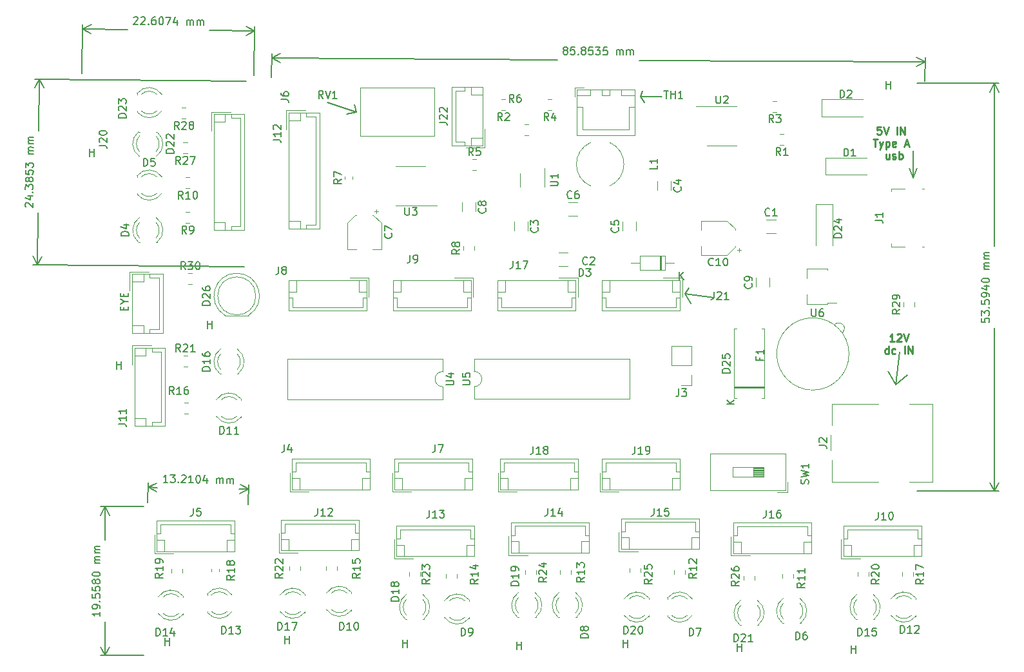
<source format=gbr>
%TF.GenerationSoftware,KiCad,Pcbnew,(5.99.0-11498-g1a301d8eea)*%
%TF.CreationDate,2021-09-07T22:17:03+03:00*%
%TF.ProjectId,f,662e6b69-6361-4645-9f70-636258585858,rev?*%
%TF.SameCoordinates,Original*%
%TF.FileFunction,Legend,Top*%
%TF.FilePolarity,Positive*%
%FSLAX46Y46*%
G04 Gerber Fmt 4.6, Leading zero omitted, Abs format (unit mm)*
G04 Created by KiCad (PCBNEW (5.99.0-11498-g1a301d8eea)) date 2021-09-07 22:17:03*
%MOMM*%
%LPD*%
G01*
G04 APERTURE LIST*
%ADD10C,0.200000*%
%ADD11C,0.150000*%
%ADD12C,0.250000*%
%ADD13C,0.120000*%
G04 APERTURE END LIST*
D10*
X233426000Y-77216000D02*
X234950000Y-75946000D01*
D11*
X235712000Y-46482000D02*
X235712000Y-50038000D01*
X199898000Y-39370000D02*
X200406000Y-40132000D01*
X158750000Y-40132000D02*
X162560000Y-41402000D01*
X235712000Y-50038000D02*
X235204000Y-48768000D01*
X205740000Y-65278000D02*
X206502000Y-66548000D01*
D10*
X233426000Y-77216000D02*
X232410000Y-75438000D01*
D11*
X162560000Y-41402000D02*
X161290000Y-41656000D01*
X162560000Y-41402000D02*
X162306000Y-40386000D01*
X206502000Y-66548000D02*
X205740000Y-65278000D01*
X209550000Y-65786000D02*
X205740000Y-65278000D01*
X202692000Y-39370000D02*
X199898000Y-39370000D01*
X235712000Y-50038000D02*
X236220000Y-48768000D01*
X199898000Y-39370000D02*
X200152000Y-38608000D01*
D10*
X233934000Y-72898000D02*
X233426000Y-77216000D01*
D11*
X205740000Y-65278000D02*
X206248000Y-64516000D01*
X151598380Y-45005523D02*
X152312666Y-45005523D01*
X152455523Y-45053142D01*
X152550761Y-45148380D01*
X152598380Y-45291238D01*
X152598380Y-45386476D01*
X152598380Y-44005523D02*
X152598380Y-44576952D01*
X152598380Y-44291238D02*
X151598380Y-44291238D01*
X151741238Y-44386476D01*
X151836476Y-44481714D01*
X151884095Y-44576952D01*
X151693619Y-43624571D02*
X151646000Y-43576952D01*
X151598380Y-43481714D01*
X151598380Y-43243619D01*
X151646000Y-43148380D01*
X151693619Y-43100761D01*
X151788857Y-43053142D01*
X151884095Y-43053142D01*
X152026952Y-43100761D01*
X152598380Y-43672190D01*
X152598380Y-43053142D01*
D12*
X231457714Y-43308380D02*
X230981523Y-43308380D01*
X230933904Y-43784571D01*
X230981523Y-43736952D01*
X231076761Y-43689333D01*
X231314857Y-43689333D01*
X231410095Y-43736952D01*
X231457714Y-43784571D01*
X231505333Y-43879809D01*
X231505333Y-44117904D01*
X231457714Y-44213142D01*
X231410095Y-44260761D01*
X231314857Y-44308380D01*
X231076761Y-44308380D01*
X230981523Y-44260761D01*
X230933904Y-44213142D01*
X231791047Y-43308380D02*
X232124380Y-44308380D01*
X232457714Y-43308380D01*
X233552952Y-44308380D02*
X233552952Y-43308380D01*
X234029142Y-44308380D02*
X234029142Y-43308380D01*
X234600571Y-44308380D01*
X234600571Y-43308380D01*
X230433904Y-44918380D02*
X231005333Y-44918380D01*
X230719619Y-45918380D02*
X230719619Y-44918380D01*
X231243428Y-45251714D02*
X231481523Y-45918380D01*
X231719619Y-45251714D02*
X231481523Y-45918380D01*
X231386285Y-46156476D01*
X231338666Y-46204095D01*
X231243428Y-46251714D01*
X232100571Y-45251714D02*
X232100571Y-46251714D01*
X232100571Y-45299333D02*
X232195809Y-45251714D01*
X232386285Y-45251714D01*
X232481523Y-45299333D01*
X232529142Y-45346952D01*
X232576761Y-45442190D01*
X232576761Y-45727904D01*
X232529142Y-45823142D01*
X232481523Y-45870761D01*
X232386285Y-45918380D01*
X232195809Y-45918380D01*
X232100571Y-45870761D01*
X233386285Y-45870761D02*
X233291047Y-45918380D01*
X233100571Y-45918380D01*
X233005333Y-45870761D01*
X232957714Y-45775523D01*
X232957714Y-45394571D01*
X233005333Y-45299333D01*
X233100571Y-45251714D01*
X233291047Y-45251714D01*
X233386285Y-45299333D01*
X233433904Y-45394571D01*
X233433904Y-45489809D01*
X232957714Y-45585047D01*
X234576761Y-45632666D02*
X235052952Y-45632666D01*
X234481523Y-45918380D02*
X234814857Y-44918380D01*
X235148190Y-45918380D01*
X232529142Y-46861714D02*
X232529142Y-47528380D01*
X232100571Y-46861714D02*
X232100571Y-47385523D01*
X232148190Y-47480761D01*
X232243428Y-47528380D01*
X232386285Y-47528380D01*
X232481523Y-47480761D01*
X232529142Y-47433142D01*
X232957714Y-47480761D02*
X233052952Y-47528380D01*
X233243428Y-47528380D01*
X233338666Y-47480761D01*
X233386285Y-47385523D01*
X233386285Y-47337904D01*
X233338666Y-47242666D01*
X233243428Y-47195047D01*
X233100571Y-47195047D01*
X233005333Y-47147428D01*
X232957714Y-47052190D01*
X232957714Y-47004571D01*
X233005333Y-46909333D01*
X233100571Y-46861714D01*
X233243428Y-46861714D01*
X233338666Y-46909333D01*
X233814857Y-47528380D02*
X233814857Y-46528380D01*
X233814857Y-46909333D02*
X233910095Y-46861714D01*
X234100571Y-46861714D01*
X234195809Y-46909333D01*
X234243428Y-46956952D01*
X234291047Y-47052190D01*
X234291047Y-47337904D01*
X234243428Y-47433142D01*
X234195809Y-47480761D01*
X234100571Y-47528380D01*
X233910095Y-47528380D01*
X233814857Y-47480761D01*
X233188000Y-71529380D02*
X232616571Y-71529380D01*
X232902285Y-71529380D02*
X232902285Y-70529380D01*
X232807047Y-70672238D01*
X232711809Y-70767476D01*
X232616571Y-70815095D01*
X233568952Y-70624619D02*
X233616571Y-70577000D01*
X233711809Y-70529380D01*
X233949904Y-70529380D01*
X234045142Y-70577000D01*
X234092761Y-70624619D01*
X234140380Y-70719857D01*
X234140380Y-70815095D01*
X234092761Y-70957952D01*
X233521333Y-71529380D01*
X234140380Y-71529380D01*
X234426095Y-70529380D02*
X234759428Y-71529380D01*
X235092761Y-70529380D01*
X232449904Y-73139380D02*
X232449904Y-72139380D01*
X232449904Y-73091761D02*
X232354666Y-73139380D01*
X232164190Y-73139380D01*
X232068952Y-73091761D01*
X232021333Y-73044142D01*
X231973714Y-72948904D01*
X231973714Y-72663190D01*
X232021333Y-72567952D01*
X232068952Y-72520333D01*
X232164190Y-72472714D01*
X232354666Y-72472714D01*
X232449904Y-72520333D01*
X233354666Y-73091761D02*
X233259428Y-73139380D01*
X233068952Y-73139380D01*
X232973714Y-73091761D01*
X232926095Y-73044142D01*
X232878476Y-72948904D01*
X232878476Y-72663190D01*
X232926095Y-72567952D01*
X232973714Y-72520333D01*
X233068952Y-72472714D01*
X233259428Y-72472714D01*
X233354666Y-72520333D01*
X234545142Y-73139380D02*
X234545142Y-72139380D01*
X235021333Y-73139380D02*
X235021333Y-72139380D01*
X235592761Y-73139380D01*
X235592761Y-72139380D01*
D11*
X128842380Y-107044619D02*
X128842380Y-107616047D01*
X128842380Y-107330333D02*
X127842380Y-107330333D01*
X127985238Y-107425571D01*
X128080476Y-107520809D01*
X128128095Y-107616047D01*
X128842380Y-106568428D02*
X128842380Y-106377952D01*
X128794761Y-106282714D01*
X128747142Y-106235095D01*
X128604285Y-106139857D01*
X128413809Y-106092238D01*
X128032857Y-106092238D01*
X127937619Y-106139857D01*
X127890000Y-106187476D01*
X127842380Y-106282714D01*
X127842380Y-106473190D01*
X127890000Y-106568428D01*
X127937619Y-106616047D01*
X128032857Y-106663666D01*
X128270952Y-106663666D01*
X128366190Y-106616047D01*
X128413809Y-106568428D01*
X128461428Y-106473190D01*
X128461428Y-106282714D01*
X128413809Y-106187476D01*
X128366190Y-106139857D01*
X128270952Y-106092238D01*
X128747142Y-105663666D02*
X128794761Y-105616047D01*
X128842380Y-105663666D01*
X128794761Y-105711285D01*
X128747142Y-105663666D01*
X128842380Y-105663666D01*
X127842380Y-104711285D02*
X127842380Y-105187476D01*
X128318571Y-105235095D01*
X128270952Y-105187476D01*
X128223333Y-105092238D01*
X128223333Y-104854142D01*
X128270952Y-104758904D01*
X128318571Y-104711285D01*
X128413809Y-104663666D01*
X128651904Y-104663666D01*
X128747142Y-104711285D01*
X128794761Y-104758904D01*
X128842380Y-104854142D01*
X128842380Y-105092238D01*
X128794761Y-105187476D01*
X128747142Y-105235095D01*
X127842380Y-103758904D02*
X127842380Y-104235095D01*
X128318571Y-104282714D01*
X128270952Y-104235095D01*
X128223333Y-104139857D01*
X128223333Y-103901761D01*
X128270952Y-103806523D01*
X128318571Y-103758904D01*
X128413809Y-103711285D01*
X128651904Y-103711285D01*
X128747142Y-103758904D01*
X128794761Y-103806523D01*
X128842380Y-103901761D01*
X128842380Y-104139857D01*
X128794761Y-104235095D01*
X128747142Y-104282714D01*
X128270952Y-103139857D02*
X128223333Y-103235095D01*
X128175714Y-103282714D01*
X128080476Y-103330333D01*
X128032857Y-103330333D01*
X127937619Y-103282714D01*
X127890000Y-103235095D01*
X127842380Y-103139857D01*
X127842380Y-102949380D01*
X127890000Y-102854142D01*
X127937619Y-102806523D01*
X128032857Y-102758904D01*
X128080476Y-102758904D01*
X128175714Y-102806523D01*
X128223333Y-102854142D01*
X128270952Y-102949380D01*
X128270952Y-103139857D01*
X128318571Y-103235095D01*
X128366190Y-103282714D01*
X128461428Y-103330333D01*
X128651904Y-103330333D01*
X128747142Y-103282714D01*
X128794761Y-103235095D01*
X128842380Y-103139857D01*
X128842380Y-102949380D01*
X128794761Y-102854142D01*
X128747142Y-102806523D01*
X128651904Y-102758904D01*
X128461428Y-102758904D01*
X128366190Y-102806523D01*
X128318571Y-102854142D01*
X128270952Y-102949380D01*
X127842380Y-102139857D02*
X127842380Y-102044619D01*
X127890000Y-101949380D01*
X127937619Y-101901761D01*
X128032857Y-101854142D01*
X128223333Y-101806523D01*
X128461428Y-101806523D01*
X128651904Y-101854142D01*
X128747142Y-101901761D01*
X128794761Y-101949380D01*
X128842380Y-102044619D01*
X128842380Y-102139857D01*
X128794761Y-102235095D01*
X128747142Y-102282714D01*
X128651904Y-102330333D01*
X128461428Y-102377952D01*
X128223333Y-102377952D01*
X128032857Y-102330333D01*
X127937619Y-102282714D01*
X127890000Y-102235095D01*
X127842380Y-102139857D01*
X128842380Y-100616047D02*
X128175714Y-100616047D01*
X128270952Y-100616047D02*
X128223333Y-100568428D01*
X128175714Y-100473190D01*
X128175714Y-100330333D01*
X128223333Y-100235095D01*
X128318571Y-100187476D01*
X128842380Y-100187476D01*
X128318571Y-100187476D02*
X128223333Y-100139857D01*
X128175714Y-100044619D01*
X128175714Y-99901761D01*
X128223333Y-99806523D01*
X128318571Y-99758904D01*
X128842380Y-99758904D01*
X128842380Y-99282714D02*
X128175714Y-99282714D01*
X128270952Y-99282714D02*
X128223333Y-99235095D01*
X128175714Y-99139857D01*
X128175714Y-98997000D01*
X128223333Y-98901761D01*
X128318571Y-98854142D01*
X128842380Y-98854142D01*
X128318571Y-98854142D02*
X128223333Y-98806523D01*
X128175714Y-98711285D01*
X128175714Y-98568428D01*
X128223333Y-98473190D01*
X128318571Y-98425571D01*
X128842380Y-98425571D01*
X134628000Y-93218000D02*
X128953580Y-93218000D01*
X134628000Y-112776000D02*
X128953580Y-112776000D01*
X129540000Y-93218000D02*
X129540000Y-97612476D01*
X129540000Y-108381524D02*
X129540000Y-112776000D01*
X129540000Y-93218000D02*
X128953579Y-94344504D01*
X129540000Y-93218000D02*
X130126421Y-94344504D01*
X129540000Y-112776000D02*
X130126421Y-111649496D01*
X129540000Y-112776000D02*
X128953579Y-111649496D01*
X244682380Y-68484238D02*
X244682380Y-68960428D01*
X245158571Y-69008047D01*
X245110952Y-68960428D01*
X245063333Y-68865190D01*
X245063333Y-68627095D01*
X245110952Y-68531857D01*
X245158571Y-68484238D01*
X245253809Y-68436619D01*
X245491904Y-68436619D01*
X245587142Y-68484238D01*
X245634761Y-68531857D01*
X245682380Y-68627095D01*
X245682380Y-68865190D01*
X245634761Y-68960428D01*
X245587142Y-69008047D01*
X244682380Y-68103285D02*
X244682380Y-67484238D01*
X245063333Y-67817571D01*
X245063333Y-67674714D01*
X245110952Y-67579476D01*
X245158571Y-67531857D01*
X245253809Y-67484238D01*
X245491904Y-67484238D01*
X245587142Y-67531857D01*
X245634761Y-67579476D01*
X245682380Y-67674714D01*
X245682380Y-67960428D01*
X245634761Y-68055666D01*
X245587142Y-68103285D01*
X245587142Y-67055666D02*
X245634761Y-67008047D01*
X245682380Y-67055666D01*
X245634761Y-67103285D01*
X245587142Y-67055666D01*
X245682380Y-67055666D01*
X244682380Y-66103285D02*
X244682380Y-66579476D01*
X245158571Y-66627095D01*
X245110952Y-66579476D01*
X245063333Y-66484238D01*
X245063333Y-66246142D01*
X245110952Y-66150904D01*
X245158571Y-66103285D01*
X245253809Y-66055666D01*
X245491904Y-66055666D01*
X245587142Y-66103285D01*
X245634761Y-66150904D01*
X245682380Y-66246142D01*
X245682380Y-66484238D01*
X245634761Y-66579476D01*
X245587142Y-66627095D01*
X245682380Y-65579476D02*
X245682380Y-65389000D01*
X245634761Y-65293761D01*
X245587142Y-65246142D01*
X245444285Y-65150904D01*
X245253809Y-65103285D01*
X244872857Y-65103285D01*
X244777619Y-65150904D01*
X244730000Y-65198523D01*
X244682380Y-65293761D01*
X244682380Y-65484238D01*
X244730000Y-65579476D01*
X244777619Y-65627095D01*
X244872857Y-65674714D01*
X245110952Y-65674714D01*
X245206190Y-65627095D01*
X245253809Y-65579476D01*
X245301428Y-65484238D01*
X245301428Y-65293761D01*
X245253809Y-65198523D01*
X245206190Y-65150904D01*
X245110952Y-65103285D01*
X245015714Y-64246142D02*
X245682380Y-64246142D01*
X244634761Y-64484238D02*
X245349047Y-64722333D01*
X245349047Y-64103285D01*
X244682380Y-63531857D02*
X244682380Y-63436619D01*
X244730000Y-63341380D01*
X244777619Y-63293761D01*
X244872857Y-63246142D01*
X245063333Y-63198523D01*
X245301428Y-63198523D01*
X245491904Y-63246142D01*
X245587142Y-63293761D01*
X245634761Y-63341380D01*
X245682380Y-63436619D01*
X245682380Y-63531857D01*
X245634761Y-63627095D01*
X245587142Y-63674714D01*
X245491904Y-63722333D01*
X245301428Y-63769952D01*
X245063333Y-63769952D01*
X244872857Y-63722333D01*
X244777619Y-63674714D01*
X244730000Y-63627095D01*
X244682380Y-63531857D01*
X245682380Y-62008047D02*
X245015714Y-62008047D01*
X245110952Y-62008047D02*
X245063333Y-61960428D01*
X245015714Y-61865190D01*
X245015714Y-61722333D01*
X245063333Y-61627095D01*
X245158571Y-61579476D01*
X245682380Y-61579476D01*
X245158571Y-61579476D02*
X245063333Y-61531857D01*
X245015714Y-61436619D01*
X245015714Y-61293761D01*
X245063333Y-61198523D01*
X245158571Y-61150904D01*
X245682380Y-61150904D01*
X245682380Y-60674714D02*
X245015714Y-60674714D01*
X245110952Y-60674714D02*
X245063333Y-60627095D01*
X245015714Y-60531857D01*
X245015714Y-60389000D01*
X245063333Y-60293761D01*
X245158571Y-60246142D01*
X245682380Y-60246142D01*
X245158571Y-60246142D02*
X245063333Y-60198523D01*
X245015714Y-60103285D01*
X245015714Y-59960428D01*
X245063333Y-59865190D01*
X245158571Y-59817571D01*
X245682380Y-59817571D01*
X236212000Y-37592000D02*
X246966420Y-37592000D01*
X236212000Y-91186000D02*
X246966420Y-91186000D01*
X246380000Y-37592000D02*
X246380000Y-59004476D01*
X246380000Y-69773524D02*
X246380000Y-91186000D01*
X246380000Y-37592000D02*
X245793579Y-38718504D01*
X246380000Y-37592000D02*
X246966421Y-38718504D01*
X246380000Y-91186000D02*
X246966421Y-90059496D01*
X246380000Y-91186000D02*
X245793579Y-90059496D01*
X119121660Y-53843658D02*
X119074539Y-53795546D01*
X119027915Y-53699817D01*
X119030395Y-53461735D01*
X119079003Y-53366998D01*
X119127116Y-53319877D01*
X119222845Y-53273253D01*
X119318078Y-53274245D01*
X119460431Y-53323349D01*
X120025876Y-53900699D01*
X120032325Y-53281685D01*
X119374622Y-52417645D02*
X120041253Y-52424589D01*
X118991210Y-52651759D02*
X119702977Y-52897281D01*
X119709425Y-52278267D01*
X119951476Y-51899816D02*
X119999588Y-51852695D01*
X120046709Y-51900808D01*
X119998596Y-51947928D01*
X119951476Y-51899816D01*
X120046709Y-51900808D01*
X119050731Y-51509460D02*
X119057179Y-50890446D01*
X119434639Y-51227729D01*
X119436127Y-51084880D01*
X119484735Y-50990143D01*
X119532848Y-50943022D01*
X119628577Y-50896398D01*
X119866659Y-50898878D01*
X119961396Y-50947486D01*
X120008516Y-50995599D01*
X120055141Y-51091328D01*
X120052165Y-51377026D01*
X120003556Y-51471763D01*
X119955444Y-51518884D01*
X119491679Y-50323512D02*
X119443071Y-50418249D01*
X119394958Y-50465370D01*
X119299229Y-50511994D01*
X119251613Y-50511498D01*
X119156876Y-50462890D01*
X119109756Y-50414777D01*
X119063131Y-50319048D01*
X119065115Y-50128582D01*
X119113724Y-50033845D01*
X119161836Y-49986725D01*
X119257565Y-49940100D01*
X119305181Y-49940596D01*
X119399918Y-49989205D01*
X119447039Y-50037317D01*
X119493663Y-50133046D01*
X119491679Y-50323512D01*
X119538304Y-50419241D01*
X119585424Y-50467354D01*
X119680161Y-50515962D01*
X119870627Y-50517946D01*
X119966356Y-50471322D01*
X120014468Y-50424201D01*
X120063077Y-50329464D01*
X120065061Y-50138998D01*
X120018436Y-50043269D01*
X119971316Y-49995157D01*
X119876579Y-49946548D01*
X119686113Y-49944564D01*
X119590384Y-49991189D01*
X119542272Y-50038309D01*
X119493663Y-50133046D01*
X119076523Y-49033404D02*
X119071563Y-49509568D01*
X119547232Y-49562145D01*
X119500111Y-49514032D01*
X119453487Y-49418303D01*
X119455967Y-49180221D01*
X119504575Y-49085484D01*
X119552688Y-49038364D01*
X119648417Y-48991739D01*
X119886499Y-48994219D01*
X119981236Y-49042828D01*
X120028356Y-49090940D01*
X120074981Y-49186669D01*
X120072501Y-49424751D01*
X120023892Y-49519488D01*
X119975780Y-49566609D01*
X119080491Y-48652472D02*
X119086939Y-48033458D01*
X119464399Y-48370741D01*
X119465887Y-48227892D01*
X119514495Y-48133155D01*
X119562608Y-48086034D01*
X119658337Y-48039410D01*
X119896419Y-48041890D01*
X119991156Y-48090498D01*
X120038277Y-48138611D01*
X120084901Y-48234340D01*
X120081925Y-48520039D01*
X120033317Y-48614776D01*
X119985204Y-48661896D01*
X120099285Y-46853462D02*
X119432655Y-46846518D01*
X119527888Y-46847510D02*
X119480767Y-46799398D01*
X119434143Y-46703669D01*
X119435631Y-46560819D01*
X119484239Y-46466083D01*
X119579968Y-46419458D01*
X120103749Y-46424914D01*
X119579968Y-46419458D02*
X119485231Y-46370850D01*
X119438607Y-46275121D01*
X119440095Y-46132271D01*
X119488703Y-46037534D01*
X119584432Y-45990910D01*
X120108213Y-45996366D01*
X120113173Y-45520201D02*
X119446543Y-45513257D01*
X119541776Y-45514249D02*
X119494655Y-45466137D01*
X119448031Y-45370408D01*
X119449519Y-45227558D01*
X119498127Y-45132822D01*
X119593856Y-45086197D01*
X120117637Y-45091653D01*
X119593856Y-45086197D02*
X119499119Y-45037589D01*
X119452495Y-44941860D01*
X119453983Y-44799010D01*
X119502591Y-44704273D01*
X119598320Y-44657649D01*
X120122101Y-44663105D01*
X148090027Y-37332792D02*
X120312679Y-37043445D01*
X147836027Y-61716792D02*
X120058679Y-61427445D01*
X120899067Y-37049553D02*
X120828153Y-43857321D01*
X120715981Y-54625785D02*
X120645067Y-61433553D01*
X120899067Y-37049553D02*
X120300944Y-38169887D01*
X120899067Y-37049553D02*
X121473722Y-38182104D01*
X120645067Y-61433553D02*
X121243190Y-60313219D01*
X120645067Y-61433553D02*
X120070412Y-60301002D01*
X189907059Y-33247374D02*
X189812104Y-33199192D01*
X189764768Y-33151292D01*
X189717713Y-33055774D01*
X189717995Y-33008156D01*
X189766177Y-32913201D01*
X189814077Y-32865865D01*
X189909595Y-32818810D01*
X190100068Y-32819937D01*
X190195022Y-32868119D01*
X190242359Y-32916019D01*
X190289414Y-33011537D01*
X190289132Y-33059155D01*
X190240950Y-33154110D01*
X190193050Y-33201446D01*
X190097532Y-33248501D01*
X189907059Y-33247374D01*
X189811541Y-33294429D01*
X189763641Y-33341765D01*
X189715459Y-33436720D01*
X189714332Y-33627193D01*
X189761387Y-33722711D01*
X189808723Y-33770611D01*
X189903678Y-33818792D01*
X190094151Y-33819919D01*
X190189669Y-33772865D01*
X190237569Y-33725528D01*
X190285751Y-33630574D01*
X190286878Y-33440101D01*
X190239823Y-33344583D01*
X190192487Y-33296683D01*
X190097532Y-33248501D01*
X191195287Y-32826418D02*
X190719105Y-32823600D01*
X190668669Y-33299500D01*
X190716569Y-33252164D01*
X190812087Y-33205109D01*
X191050178Y-33206518D01*
X191145133Y-33254700D01*
X191192469Y-33302600D01*
X191239524Y-33398118D01*
X191238115Y-33636209D01*
X191189933Y-33731164D01*
X191142033Y-33778500D01*
X191046515Y-33825555D01*
X190808424Y-33824146D01*
X190713469Y-33775964D01*
X190666133Y-33728064D01*
X191666115Y-33733981D02*
X191713452Y-33781881D01*
X191665552Y-33829218D01*
X191618215Y-33781318D01*
X191666115Y-33733981D01*
X191665552Y-33829218D01*
X192287970Y-33261462D02*
X192193015Y-33213280D01*
X192145679Y-33165380D01*
X192098624Y-33069862D01*
X192098906Y-33022244D01*
X192147087Y-32927289D01*
X192194987Y-32879953D01*
X192290506Y-32832898D01*
X192480978Y-32834025D01*
X192575933Y-32882207D01*
X192623270Y-32930107D01*
X192670324Y-33025625D01*
X192670042Y-33073243D01*
X192621861Y-33168198D01*
X192573961Y-33215534D01*
X192478443Y-33262589D01*
X192287970Y-33261462D01*
X192192452Y-33308517D01*
X192144552Y-33355853D01*
X192096370Y-33450808D01*
X192095243Y-33641281D01*
X192142297Y-33736799D01*
X192189634Y-33784699D01*
X192284589Y-33832881D01*
X192475061Y-33834008D01*
X192570580Y-33786953D01*
X192618480Y-33739617D01*
X192666661Y-33644662D01*
X192667788Y-33454189D01*
X192620734Y-33358671D01*
X192573397Y-33310771D01*
X192478443Y-33262589D01*
X193576197Y-32840506D02*
X193100015Y-32837688D01*
X193049579Y-33313589D01*
X193097479Y-33266252D01*
X193192998Y-33219197D01*
X193431089Y-33220606D01*
X193526043Y-33268788D01*
X193573380Y-33316688D01*
X193620434Y-33412206D01*
X193619026Y-33650297D01*
X193570844Y-33745252D01*
X193522944Y-33792588D01*
X193427426Y-33839643D01*
X193189335Y-33838234D01*
X193094380Y-33790052D01*
X193047043Y-33742152D01*
X193957143Y-32842760D02*
X194576180Y-32846423D01*
X194240598Y-33225396D01*
X194383453Y-33226242D01*
X194478408Y-33274423D01*
X194525744Y-33322323D01*
X194572799Y-33417841D01*
X194571390Y-33655932D01*
X194523208Y-33750887D01*
X194475308Y-33798224D01*
X194379790Y-33845278D01*
X194094081Y-33843588D01*
X193999126Y-33795406D01*
X193951790Y-33747506D01*
X195480926Y-32851776D02*
X195004744Y-32848959D01*
X194954308Y-33324859D01*
X195002208Y-33277523D01*
X195097726Y-33230468D01*
X195335817Y-33231877D01*
X195430772Y-33280059D01*
X195478108Y-33327959D01*
X195525163Y-33423477D01*
X195523754Y-33661568D01*
X195475572Y-33756522D01*
X195427672Y-33803859D01*
X195332154Y-33850914D01*
X195094063Y-33849505D01*
X194999108Y-33801323D01*
X194951772Y-33753423D01*
X196713082Y-33859085D02*
X196717027Y-33192430D01*
X196716464Y-33287666D02*
X196764364Y-33240330D01*
X196859882Y-33193275D01*
X197002736Y-33194120D01*
X197097691Y-33242302D01*
X197144746Y-33337820D01*
X197141646Y-33861621D01*
X197144746Y-33337820D02*
X197192928Y-33242866D01*
X197288446Y-33195811D01*
X197431300Y-33196656D01*
X197526255Y-33244838D01*
X197573310Y-33340356D01*
X197570210Y-33864157D01*
X198046392Y-33866974D02*
X198050337Y-33200319D01*
X198049774Y-33295556D02*
X198097674Y-33248219D01*
X198193192Y-33201164D01*
X198336046Y-33202010D01*
X198431001Y-33250192D01*
X198478056Y-33345710D01*
X198474956Y-33869510D01*
X198478056Y-33345710D02*
X198526238Y-33250755D01*
X198621756Y-33203700D01*
X198764610Y-33204546D01*
X198859565Y-33252727D01*
X198906620Y-33348246D01*
X198903520Y-33872046D01*
X151386959Y-36838009D02*
X151405514Y-33702195D01*
X237238959Y-37346009D02*
X237257514Y-34210195D01*
X151402044Y-34288604D02*
X188943615Y-34510743D01*
X199712475Y-34574465D02*
X237254044Y-34796604D01*
X151402044Y-34288604D02*
X152525058Y-34881680D01*
X151402044Y-34288604D02*
X152531998Y-33708859D01*
X237254044Y-34796604D02*
X236131030Y-34203528D01*
X237254044Y-34796604D02*
X236124090Y-35376349D01*
X137747370Y-90030624D02*
X137176047Y-90019637D01*
X137461708Y-90025131D02*
X137480935Y-89025316D01*
X137382968Y-89166315D01*
X137285917Y-89259705D01*
X137189780Y-89305484D01*
X138099869Y-89037218D02*
X138718802Y-89049121D01*
X138378205Y-89423594D01*
X138521036Y-89426341D01*
X138615341Y-89475782D01*
X138662036Y-89524308D01*
X138707815Y-89620444D01*
X138703237Y-89858495D01*
X138653795Y-89952800D01*
X138605270Y-89999495D01*
X138509134Y-90045274D01*
X138223472Y-90039780D01*
X138129167Y-89990339D01*
X138082473Y-89941813D01*
X139129898Y-89961956D02*
X139176593Y-90010482D01*
X139128067Y-90057176D01*
X139081372Y-90008650D01*
X139129898Y-89961956D01*
X139128067Y-90057176D01*
X139573955Y-89160822D02*
X139622481Y-89114127D01*
X139718617Y-89068348D01*
X139956668Y-89072926D01*
X140050973Y-89122367D01*
X140097668Y-89170893D01*
X140143447Y-89267029D01*
X140141616Y-89362250D01*
X140091259Y-89504165D01*
X139508949Y-90064501D01*
X140127882Y-90076403D01*
X141080087Y-90094715D02*
X140508764Y-90083728D01*
X140794425Y-90089222D02*
X140813653Y-89089406D01*
X140715685Y-89230406D01*
X140618634Y-89323795D01*
X140522498Y-89369574D01*
X141718247Y-89106803D02*
X141813468Y-89108634D01*
X141907773Y-89158075D01*
X141954467Y-89206601D01*
X142000246Y-89302737D01*
X142044194Y-89494094D01*
X142039616Y-89732145D01*
X141988344Y-89921670D01*
X141938902Y-90015975D01*
X141890377Y-90062670D01*
X141794240Y-90108449D01*
X141699020Y-90106618D01*
X141604715Y-90057176D01*
X141558020Y-90008650D01*
X141512241Y-89912514D01*
X141468293Y-89721158D01*
X141472871Y-89483107D01*
X141524144Y-89293581D01*
X141573585Y-89199276D01*
X141622111Y-89152582D01*
X141718247Y-89106803D01*
X142902094Y-89462964D02*
X142889276Y-90129507D01*
X142671368Y-89077504D02*
X142419583Y-89787080D01*
X143038516Y-89798982D01*
X144174753Y-90154228D02*
X144187571Y-89487684D01*
X144185740Y-89582905D02*
X144234266Y-89536210D01*
X144330402Y-89490431D01*
X144473232Y-89493178D01*
X144567537Y-89542619D01*
X144613316Y-89638755D01*
X144603245Y-90162468D01*
X144613316Y-89638755D02*
X144662758Y-89544451D01*
X144758894Y-89498671D01*
X144901725Y-89501418D01*
X144996029Y-89550860D01*
X145041809Y-89646996D01*
X145031737Y-90170708D01*
X145507840Y-90179864D02*
X145520658Y-89513321D01*
X145518827Y-89608541D02*
X145567352Y-89561847D01*
X145663488Y-89516068D01*
X145806319Y-89518814D01*
X145900624Y-89568256D01*
X145946403Y-89664392D01*
X145936332Y-90188104D01*
X145946403Y-89664392D02*
X145995845Y-89570087D01*
X146091981Y-89524308D01*
X146234811Y-89527054D01*
X146329116Y-89576496D01*
X146374895Y-89672632D01*
X146364824Y-90196345D01*
X135137614Y-92718092D02*
X135188104Y-90092627D01*
X148345614Y-92972092D02*
X148396104Y-90346627D01*
X135176828Y-90678939D02*
X136397299Y-90702410D01*
X147164357Y-90909468D02*
X148384828Y-90932939D01*
X135176828Y-90678939D02*
X136291848Y-91286911D01*
X135176828Y-90678939D02*
X136314399Y-90114286D01*
X148384828Y-90932939D02*
X147269808Y-90324967D01*
X148384828Y-90932939D02*
X147247257Y-91497592D01*
X133265715Y-28942211D02*
X133313866Y-28895130D01*
X133409633Y-28848584D01*
X133647713Y-28851259D01*
X133742410Y-28899945D01*
X133789491Y-28948096D01*
X133836038Y-29043863D01*
X133834967Y-29139095D01*
X133785746Y-29281408D01*
X133207934Y-29846381D01*
X133826942Y-29853336D01*
X134218036Y-28952911D02*
X134266187Y-28905830D01*
X134361954Y-28859284D01*
X134600034Y-28861959D01*
X134694731Y-28910645D01*
X134741812Y-28958796D01*
X134788358Y-29054563D01*
X134787288Y-29149796D01*
X134738067Y-29292109D01*
X134160255Y-29857081D01*
X134779263Y-29864036D01*
X135208878Y-29773619D02*
X135255959Y-29821770D01*
X135207808Y-29868851D01*
X135160727Y-29820700D01*
X135208878Y-29773619D01*
X135207808Y-29868851D01*
X136123748Y-28879080D02*
X135933283Y-28876940D01*
X135837516Y-28923486D01*
X135789365Y-28970567D01*
X135692528Y-29112345D01*
X135642772Y-29302274D01*
X135638492Y-29683202D01*
X135685038Y-29778969D01*
X135732119Y-29827120D01*
X135826816Y-29875806D01*
X136017280Y-29877946D01*
X136113047Y-29831400D01*
X136161198Y-29784319D01*
X136209884Y-29689622D01*
X136212560Y-29451542D01*
X136166014Y-29355775D01*
X136118932Y-29307624D01*
X136024235Y-29258938D01*
X135833771Y-29256798D01*
X135738004Y-29303344D01*
X135689853Y-29350425D01*
X135641167Y-29445122D01*
X136837988Y-28887105D02*
X136933220Y-28888175D01*
X137027917Y-28936861D01*
X137074998Y-28985012D01*
X137121544Y-29080779D01*
X137167020Y-29271778D01*
X137164345Y-29509858D01*
X137114589Y-29699788D01*
X137065903Y-29794485D01*
X137017752Y-29841566D01*
X136921985Y-29888112D01*
X136826753Y-29887042D01*
X136732056Y-29838356D01*
X136684975Y-29790205D01*
X136638429Y-29694437D01*
X136592953Y-29503438D01*
X136595628Y-29265358D01*
X136645384Y-29075429D01*
X136694070Y-28980732D01*
X136742221Y-28933651D01*
X136837988Y-28887105D01*
X137504613Y-28894595D02*
X138171237Y-28902085D01*
X137731458Y-29897207D01*
X138976965Y-29244493D02*
X138969475Y-29911117D01*
X138743165Y-28860889D02*
X138497060Y-29572455D01*
X139116068Y-29579410D01*
X140255108Y-29925562D02*
X140262598Y-29258938D01*
X140261528Y-29354170D02*
X140309679Y-29307089D01*
X140405446Y-29260543D01*
X140548294Y-29262148D01*
X140642991Y-29310834D01*
X140689537Y-29406601D01*
X140683652Y-29930378D01*
X140689537Y-29406601D02*
X140738224Y-29311904D01*
X140833991Y-29265358D01*
X140976839Y-29266963D01*
X141071536Y-29315649D01*
X141118082Y-29411416D01*
X141112197Y-29935193D01*
X141588357Y-29940543D02*
X141595847Y-29273918D01*
X141594777Y-29369150D02*
X141642928Y-29322069D01*
X141738695Y-29275523D01*
X141881544Y-29277128D01*
X141976241Y-29325814D01*
X142022787Y-29421581D01*
X142016902Y-29945358D01*
X142022787Y-29421581D02*
X142071473Y-29326884D01*
X142167240Y-29280338D01*
X142310088Y-29281943D01*
X142404785Y-29330629D01*
X142451331Y-29426397D01*
X142445446Y-29950173D01*
X149103618Y-36584032D02*
X149176057Y-30137005D01*
X126497618Y-36330032D02*
X126570057Y-29883005D01*
X149169468Y-30723387D02*
X143250653Y-30656883D01*
X132482284Y-30535891D02*
X126563468Y-30469387D01*
X149169468Y-30723387D02*
X148049624Y-30124347D01*
X149169468Y-30723387D02*
X148036447Y-31297114D01*
X126563468Y-30469387D02*
X127683312Y-31068427D01*
X126563468Y-30469387D02*
X127696489Y-29895660D01*
%TO.C,J4*%
X153082666Y-85050380D02*
X153082666Y-85764666D01*
X153035047Y-85907523D01*
X152939809Y-86002761D01*
X152796952Y-86050380D01*
X152701714Y-86050380D01*
X153987428Y-85383714D02*
X153987428Y-86050380D01*
X153749333Y-85002761D02*
X153511238Y-85717047D01*
X154130285Y-85717047D01*
%TO.C,H*%
X137382285Y-111450380D02*
X137382285Y-110450380D01*
X137382285Y-110926571D02*
X137953714Y-110926571D01*
X137953714Y-111450380D02*
X137953714Y-110450380D01*
%TO.C,J19*%
X199128476Y-85312380D02*
X199128476Y-86026666D01*
X199080857Y-86169523D01*
X198985619Y-86264761D01*
X198842761Y-86312380D01*
X198747523Y-86312380D01*
X200128476Y-86312380D02*
X199557047Y-86312380D01*
X199842761Y-86312380D02*
X199842761Y-85312380D01*
X199747523Y-85455238D01*
X199652285Y-85550476D01*
X199557047Y-85598095D01*
X200604666Y-86312380D02*
X200795142Y-86312380D01*
X200890380Y-86264761D01*
X200938000Y-86217142D01*
X201033238Y-86074285D01*
X201080857Y-85883809D01*
X201080857Y-85502857D01*
X201033238Y-85407619D01*
X200985619Y-85360000D01*
X200890380Y-85312380D01*
X200699904Y-85312380D01*
X200604666Y-85360000D01*
X200557047Y-85407619D01*
X200509428Y-85502857D01*
X200509428Y-85740952D01*
X200557047Y-85836190D01*
X200604666Y-85883809D01*
X200699904Y-85931428D01*
X200890380Y-85931428D01*
X200985619Y-85883809D01*
X201033238Y-85836190D01*
X201080857Y-85740952D01*
%TO.C,J6*%
X152614380Y-39703333D02*
X153328666Y-39703333D01*
X153471523Y-39750952D01*
X153566761Y-39846190D01*
X153614380Y-39989047D01*
X153614380Y-40084285D01*
X152614380Y-38798571D02*
X152614380Y-38989047D01*
X152662000Y-39084285D01*
X152709619Y-39131904D01*
X152852476Y-39227142D01*
X153042952Y-39274761D01*
X153423904Y-39274761D01*
X153519142Y-39227142D01*
X153566761Y-39179523D01*
X153614380Y-39084285D01*
X153614380Y-38893809D01*
X153566761Y-38798571D01*
X153519142Y-38750952D01*
X153423904Y-38703333D01*
X153185809Y-38703333D01*
X153090571Y-38750952D01*
X153042952Y-38798571D01*
X152995333Y-38893809D01*
X152995333Y-39084285D01*
X153042952Y-39179523D01*
X153090571Y-39227142D01*
X153185809Y-39274761D01*
%TO.C,H*%
X168624285Y-111704380D02*
X168624285Y-110704380D01*
X168624285Y-111180571D02*
X169195714Y-111180571D01*
X169195714Y-111704380D02*
X169195714Y-110704380D01*
%TO.C,J21*%
X209502476Y-64984380D02*
X209502476Y-65698666D01*
X209454857Y-65841523D01*
X209359619Y-65936761D01*
X209216761Y-65984380D01*
X209121523Y-65984380D01*
X209931047Y-65079619D02*
X209978666Y-65032000D01*
X210073904Y-64984380D01*
X210312000Y-64984380D01*
X210407238Y-65032000D01*
X210454857Y-65079619D01*
X210502476Y-65174857D01*
X210502476Y-65270095D01*
X210454857Y-65412952D01*
X209883428Y-65984380D01*
X210502476Y-65984380D01*
X211454857Y-65984380D02*
X210883428Y-65984380D01*
X211169142Y-65984380D02*
X211169142Y-64984380D01*
X211073904Y-65127238D01*
X210978666Y-65222476D01*
X210883428Y-65270095D01*
%TO.C,R6*%
X183221333Y-40076380D02*
X182888000Y-39600190D01*
X182649904Y-40076380D02*
X182649904Y-39076380D01*
X183030857Y-39076380D01*
X183126095Y-39124000D01*
X183173714Y-39171619D01*
X183221333Y-39266857D01*
X183221333Y-39409714D01*
X183173714Y-39504952D01*
X183126095Y-39552571D01*
X183030857Y-39600190D01*
X182649904Y-39600190D01*
X184078476Y-39076380D02*
X183888000Y-39076380D01*
X183792761Y-39124000D01*
X183745142Y-39171619D01*
X183649904Y-39314476D01*
X183602285Y-39504952D01*
X183602285Y-39885904D01*
X183649904Y-39981142D01*
X183697523Y-40028761D01*
X183792761Y-40076380D01*
X183983238Y-40076380D01*
X184078476Y-40028761D01*
X184126095Y-39981142D01*
X184173714Y-39885904D01*
X184173714Y-39647809D01*
X184126095Y-39552571D01*
X184078476Y-39504952D01*
X183983238Y-39457333D01*
X183792761Y-39457333D01*
X183697523Y-39504952D01*
X183649904Y-39552571D01*
X183602285Y-39647809D01*
%TO.C,D12*%
X233989714Y-109838380D02*
X233989714Y-108838380D01*
X234227809Y-108838380D01*
X234370666Y-108886000D01*
X234465904Y-108981238D01*
X234513523Y-109076476D01*
X234561142Y-109266952D01*
X234561142Y-109409809D01*
X234513523Y-109600285D01*
X234465904Y-109695523D01*
X234370666Y-109790761D01*
X234227809Y-109838380D01*
X233989714Y-109838380D01*
X235513523Y-109838380D02*
X234942095Y-109838380D01*
X235227809Y-109838380D02*
X235227809Y-108838380D01*
X235132571Y-108981238D01*
X235037333Y-109076476D01*
X234942095Y-109124095D01*
X235894476Y-108933619D02*
X235942095Y-108886000D01*
X236037333Y-108838380D01*
X236275428Y-108838380D01*
X236370666Y-108886000D01*
X236418285Y-108933619D01*
X236465904Y-109028857D01*
X236465904Y-109124095D01*
X236418285Y-109266952D01*
X235846857Y-109838380D01*
X236465904Y-109838380D01*
%TO.C,D9*%
X176299904Y-110180380D02*
X176299904Y-109180380D01*
X176538000Y-109180380D01*
X176680857Y-109228000D01*
X176776095Y-109323238D01*
X176823714Y-109418476D01*
X176871333Y-109608952D01*
X176871333Y-109751809D01*
X176823714Y-109942285D01*
X176776095Y-110037523D01*
X176680857Y-110132761D01*
X176538000Y-110180380D01*
X176299904Y-110180380D01*
X177347523Y-110180380D02*
X177538000Y-110180380D01*
X177633238Y-110132761D01*
X177680857Y-110085142D01*
X177776095Y-109942285D01*
X177823714Y-109751809D01*
X177823714Y-109370857D01*
X177776095Y-109275619D01*
X177728476Y-109228000D01*
X177633238Y-109180380D01*
X177442761Y-109180380D01*
X177347523Y-109228000D01*
X177299904Y-109275619D01*
X177252285Y-109370857D01*
X177252285Y-109608952D01*
X177299904Y-109704190D01*
X177347523Y-109751809D01*
X177442761Y-109799428D01*
X177633238Y-109799428D01*
X177728476Y-109751809D01*
X177776095Y-109704190D01*
X177823714Y-109608952D01*
%TO.C,R21*%
X139423142Y-72873380D02*
X139089809Y-72397190D01*
X138851714Y-72873380D02*
X138851714Y-71873380D01*
X139232666Y-71873380D01*
X139327904Y-71921000D01*
X139375523Y-71968619D01*
X139423142Y-72063857D01*
X139423142Y-72206714D01*
X139375523Y-72301952D01*
X139327904Y-72349571D01*
X139232666Y-72397190D01*
X138851714Y-72397190D01*
X139804095Y-71968619D02*
X139851714Y-71921000D01*
X139946952Y-71873380D01*
X140185047Y-71873380D01*
X140280285Y-71921000D01*
X140327904Y-71968619D01*
X140375523Y-72063857D01*
X140375523Y-72159095D01*
X140327904Y-72301952D01*
X139756476Y-72873380D01*
X140375523Y-72873380D01*
X141327904Y-72873380D02*
X140756476Y-72873380D01*
X141042190Y-72873380D02*
X141042190Y-71873380D01*
X140946952Y-72016238D01*
X140851714Y-72111476D01*
X140756476Y-72159095D01*
%TO.C,D19*%
X183840380Y-103576285D02*
X182840380Y-103576285D01*
X182840380Y-103338190D01*
X182888000Y-103195333D01*
X182983238Y-103100095D01*
X183078476Y-103052476D01*
X183268952Y-103004857D01*
X183411809Y-103004857D01*
X183602285Y-103052476D01*
X183697523Y-103100095D01*
X183792761Y-103195333D01*
X183840380Y-103338190D01*
X183840380Y-103576285D01*
X183840380Y-102052476D02*
X183840380Y-102623904D01*
X183840380Y-102338190D02*
X182840380Y-102338190D01*
X182983238Y-102433428D01*
X183078476Y-102528666D01*
X183126095Y-102623904D01*
X183840380Y-101576285D02*
X183840380Y-101385809D01*
X183792761Y-101290571D01*
X183745142Y-101242952D01*
X183602285Y-101147714D01*
X183411809Y-101100095D01*
X183030857Y-101100095D01*
X182935619Y-101147714D01*
X182888000Y-101195333D01*
X182840380Y-101290571D01*
X182840380Y-101481047D01*
X182888000Y-101576285D01*
X182935619Y-101623904D01*
X183030857Y-101671523D01*
X183268952Y-101671523D01*
X183364190Y-101623904D01*
X183411809Y-101576285D01*
X183459428Y-101481047D01*
X183459428Y-101290571D01*
X183411809Y-101195333D01*
X183364190Y-101147714D01*
X183268952Y-101100095D01*
%TO.C,C7*%
X167133142Y-57316666D02*
X167180761Y-57364285D01*
X167228380Y-57507142D01*
X167228380Y-57602380D01*
X167180761Y-57745238D01*
X167085523Y-57840476D01*
X166990285Y-57888095D01*
X166799809Y-57935714D01*
X166656952Y-57935714D01*
X166466476Y-57888095D01*
X166371238Y-57840476D01*
X166276000Y-57745238D01*
X166228380Y-57602380D01*
X166228380Y-57507142D01*
X166276000Y-57364285D01*
X166323619Y-57316666D01*
X166228380Y-56983333D02*
X166228380Y-56316666D01*
X167228380Y-56745238D01*
%TO.C,J5*%
X141104666Y-93426380D02*
X141104666Y-94140666D01*
X141057047Y-94283523D01*
X140961809Y-94378761D01*
X140818952Y-94426380D01*
X140723714Y-94426380D01*
X142057047Y-93426380D02*
X141580857Y-93426380D01*
X141533238Y-93902571D01*
X141580857Y-93854952D01*
X141676095Y-93807333D01*
X141914190Y-93807333D01*
X142009428Y-93854952D01*
X142057047Y-93902571D01*
X142104666Y-93997809D01*
X142104666Y-94235904D01*
X142057047Y-94331142D01*
X142009428Y-94378761D01*
X141914190Y-94426380D01*
X141676095Y-94426380D01*
X141580857Y-94378761D01*
X141533238Y-94331142D01*
%TO.C,D25*%
X211604380Y-75636285D02*
X210604380Y-75636285D01*
X210604380Y-75398190D01*
X210652000Y-75255333D01*
X210747238Y-75160095D01*
X210842476Y-75112476D01*
X211032952Y-75064857D01*
X211175809Y-75064857D01*
X211366285Y-75112476D01*
X211461523Y-75160095D01*
X211556761Y-75255333D01*
X211604380Y-75398190D01*
X211604380Y-75636285D01*
X210699619Y-74683904D02*
X210652000Y-74636285D01*
X210604380Y-74541047D01*
X210604380Y-74302952D01*
X210652000Y-74207714D01*
X210699619Y-74160095D01*
X210794857Y-74112476D01*
X210890095Y-74112476D01*
X211032952Y-74160095D01*
X211604380Y-74731523D01*
X211604380Y-74112476D01*
X210604380Y-73207714D02*
X210604380Y-73683904D01*
X211080571Y-73731523D01*
X211032952Y-73683904D01*
X210985333Y-73588666D01*
X210985333Y-73350571D01*
X211032952Y-73255333D01*
X211080571Y-73207714D01*
X211175809Y-73160095D01*
X211413904Y-73160095D01*
X211509142Y-73207714D01*
X211556761Y-73255333D01*
X211604380Y-73350571D01*
X211604380Y-73588666D01*
X211556761Y-73683904D01*
X211509142Y-73731523D01*
X212174380Y-79763904D02*
X211174380Y-79763904D01*
X212174380Y-79192476D02*
X211602952Y-79621047D01*
X211174380Y-79192476D02*
X211745809Y-79763904D01*
%TO.C,R14*%
X178506380Y-102750857D02*
X178030190Y-103084190D01*
X178506380Y-103322285D02*
X177506380Y-103322285D01*
X177506380Y-102941333D01*
X177554000Y-102846095D01*
X177601619Y-102798476D01*
X177696857Y-102750857D01*
X177839714Y-102750857D01*
X177934952Y-102798476D01*
X177982571Y-102846095D01*
X178030190Y-102941333D01*
X178030190Y-103322285D01*
X178506380Y-101798476D02*
X178506380Y-102369904D01*
X178506380Y-102084190D02*
X177506380Y-102084190D01*
X177649238Y-102179428D01*
X177744476Y-102274666D01*
X177792095Y-102369904D01*
X177839714Y-100941333D02*
X178506380Y-100941333D01*
X177458761Y-101179428D02*
X178173047Y-101417523D01*
X178173047Y-100798476D01*
%TO.C,D26*%
X143304380Y-66746285D02*
X142304380Y-66746285D01*
X142304380Y-66508190D01*
X142352000Y-66365333D01*
X142447238Y-66270095D01*
X142542476Y-66222476D01*
X142732952Y-66174857D01*
X142875809Y-66174857D01*
X143066285Y-66222476D01*
X143161523Y-66270095D01*
X143256761Y-66365333D01*
X143304380Y-66508190D01*
X143304380Y-66746285D01*
X142399619Y-65793904D02*
X142352000Y-65746285D01*
X142304380Y-65651047D01*
X142304380Y-65412952D01*
X142352000Y-65317714D01*
X142399619Y-65270095D01*
X142494857Y-65222476D01*
X142590095Y-65222476D01*
X142732952Y-65270095D01*
X143304380Y-65841523D01*
X143304380Y-65222476D01*
X142304380Y-64365333D02*
X142304380Y-64555809D01*
X142352000Y-64651047D01*
X142399619Y-64698666D01*
X142542476Y-64793904D01*
X142732952Y-64841523D01*
X143113904Y-64841523D01*
X143209142Y-64793904D01*
X143256761Y-64746285D01*
X143304380Y-64651047D01*
X143304380Y-64460571D01*
X143256761Y-64365333D01*
X143209142Y-64317714D01*
X143113904Y-64270095D01*
X142875809Y-64270095D01*
X142780571Y-64317714D01*
X142732952Y-64365333D01*
X142685333Y-64460571D01*
X142685333Y-64651047D01*
X142732952Y-64746285D01*
X142780571Y-64793904D01*
X142875809Y-64841523D01*
%TO.C,RV1*%
X158154761Y-39568380D02*
X157821428Y-39092190D01*
X157583333Y-39568380D02*
X157583333Y-38568380D01*
X157964285Y-38568380D01*
X158059523Y-38616000D01*
X158107142Y-38663619D01*
X158154761Y-38758857D01*
X158154761Y-38901714D01*
X158107142Y-38996952D01*
X158059523Y-39044571D01*
X157964285Y-39092190D01*
X157583333Y-39092190D01*
X158440476Y-38568380D02*
X158773809Y-39568380D01*
X159107142Y-38568380D01*
X159964285Y-39568380D02*
X159392857Y-39568380D01*
X159678571Y-39568380D02*
X159678571Y-38568380D01*
X159583333Y-38711238D01*
X159488095Y-38806476D01*
X159392857Y-38854095D01*
%TO.C,H*%
X197580285Y-111704380D02*
X197580285Y-110704380D01*
X197580285Y-111180571D02*
X198151714Y-111180571D01*
X198151714Y-111704380D02*
X198151714Y-110704380D01*
X227552285Y-112466380D02*
X227552285Y-111466380D01*
X227552285Y-111942571D02*
X228123714Y-111942571D01*
X228123714Y-112466380D02*
X228123714Y-111466380D01*
%TO.C,D14*%
X136199714Y-110180380D02*
X136199714Y-109180380D01*
X136437809Y-109180380D01*
X136580666Y-109228000D01*
X136675904Y-109323238D01*
X136723523Y-109418476D01*
X136771142Y-109608952D01*
X136771142Y-109751809D01*
X136723523Y-109942285D01*
X136675904Y-110037523D01*
X136580666Y-110132761D01*
X136437809Y-110180380D01*
X136199714Y-110180380D01*
X137723523Y-110180380D02*
X137152095Y-110180380D01*
X137437809Y-110180380D02*
X137437809Y-109180380D01*
X137342571Y-109323238D01*
X137247333Y-109418476D01*
X137152095Y-109466095D01*
X138580666Y-109513714D02*
X138580666Y-110180380D01*
X138342571Y-109132761D02*
X138104476Y-109847047D01*
X138723523Y-109847047D01*
%TO.C,R17*%
X237052380Y-102750857D02*
X236576190Y-103084190D01*
X237052380Y-103322285D02*
X236052380Y-103322285D01*
X236052380Y-102941333D01*
X236100000Y-102846095D01*
X236147619Y-102798476D01*
X236242857Y-102750857D01*
X236385714Y-102750857D01*
X236480952Y-102798476D01*
X236528571Y-102846095D01*
X236576190Y-102941333D01*
X236576190Y-103322285D01*
X237052380Y-101798476D02*
X237052380Y-102369904D01*
X237052380Y-102084190D02*
X236052380Y-102084190D01*
X236195238Y-102179428D01*
X236290476Y-102274666D01*
X236338095Y-102369904D01*
X236052380Y-101465142D02*
X236052380Y-100798476D01*
X237052380Y-101227047D01*
%TO.C,D24*%
X226280380Y-57856285D02*
X225280380Y-57856285D01*
X225280380Y-57618190D01*
X225328000Y-57475333D01*
X225423238Y-57380095D01*
X225518476Y-57332476D01*
X225708952Y-57284857D01*
X225851809Y-57284857D01*
X226042285Y-57332476D01*
X226137523Y-57380095D01*
X226232761Y-57475333D01*
X226280380Y-57618190D01*
X226280380Y-57856285D01*
X225375619Y-56903904D02*
X225328000Y-56856285D01*
X225280380Y-56761047D01*
X225280380Y-56522952D01*
X225328000Y-56427714D01*
X225375619Y-56380095D01*
X225470857Y-56332476D01*
X225566095Y-56332476D01*
X225708952Y-56380095D01*
X226280380Y-56951523D01*
X226280380Y-56332476D01*
X225613714Y-55475333D02*
X226280380Y-55475333D01*
X225232761Y-55713428D02*
X225947047Y-55951523D01*
X225947047Y-55332476D01*
%TO.C,J14*%
X187658476Y-93432380D02*
X187658476Y-94146666D01*
X187610857Y-94289523D01*
X187515619Y-94384761D01*
X187372761Y-94432380D01*
X187277523Y-94432380D01*
X188658476Y-94432380D02*
X188087047Y-94432380D01*
X188372761Y-94432380D02*
X188372761Y-93432380D01*
X188277523Y-93575238D01*
X188182285Y-93670476D01*
X188087047Y-93718095D01*
X189515619Y-93765714D02*
X189515619Y-94432380D01*
X189277523Y-93384761D02*
X189039428Y-94099047D01*
X189658476Y-94099047D01*
%TO.C,R10*%
X139740642Y-52774380D02*
X139407309Y-52298190D01*
X139169214Y-52774380D02*
X139169214Y-51774380D01*
X139550166Y-51774380D01*
X139645404Y-51822000D01*
X139693023Y-51869619D01*
X139740642Y-51964857D01*
X139740642Y-52107714D01*
X139693023Y-52202952D01*
X139645404Y-52250571D01*
X139550166Y-52298190D01*
X139169214Y-52298190D01*
X140693023Y-52774380D02*
X140121595Y-52774380D01*
X140407309Y-52774380D02*
X140407309Y-51774380D01*
X140312071Y-51917238D01*
X140216833Y-52012476D01*
X140121595Y-52060095D01*
X141312071Y-51774380D02*
X141407309Y-51774380D01*
X141502547Y-51822000D01*
X141550166Y-51869619D01*
X141597785Y-51964857D01*
X141645404Y-52155333D01*
X141645404Y-52393428D01*
X141597785Y-52583904D01*
X141550166Y-52679142D01*
X141502547Y-52726761D01*
X141407309Y-52774380D01*
X141312071Y-52774380D01*
X141216833Y-52726761D01*
X141169214Y-52679142D01*
X141121595Y-52583904D01*
X141073976Y-52393428D01*
X141073976Y-52155333D01*
X141121595Y-51964857D01*
X141169214Y-51869619D01*
X141216833Y-51822000D01*
X141312071Y-51774380D01*
%TO.C,R5*%
X177887333Y-47062380D02*
X177554000Y-46586190D01*
X177315904Y-47062380D02*
X177315904Y-46062380D01*
X177696857Y-46062380D01*
X177792095Y-46110000D01*
X177839714Y-46157619D01*
X177887333Y-46252857D01*
X177887333Y-46395714D01*
X177839714Y-46490952D01*
X177792095Y-46538571D01*
X177696857Y-46586190D01*
X177315904Y-46586190D01*
X178792095Y-46062380D02*
X178315904Y-46062380D01*
X178268285Y-46538571D01*
X178315904Y-46490952D01*
X178411142Y-46443333D01*
X178649238Y-46443333D01*
X178744476Y-46490952D01*
X178792095Y-46538571D01*
X178839714Y-46633809D01*
X178839714Y-46871904D01*
X178792095Y-46967142D01*
X178744476Y-47014761D01*
X178649238Y-47062380D01*
X178411142Y-47062380D01*
X178315904Y-47014761D01*
X178268285Y-46967142D01*
%TO.C,J11*%
X131278380Y-82343523D02*
X131992666Y-82343523D01*
X132135523Y-82391142D01*
X132230761Y-82486380D01*
X132278380Y-82629238D01*
X132278380Y-82724476D01*
X132278380Y-81343523D02*
X132278380Y-81914952D01*
X132278380Y-81629238D02*
X131278380Y-81629238D01*
X131421238Y-81724476D01*
X131516476Y-81819714D01*
X131564095Y-81914952D01*
X132278380Y-80391142D02*
X132278380Y-80962571D01*
X132278380Y-80676857D02*
X131278380Y-80676857D01*
X131421238Y-80772095D01*
X131516476Y-80867333D01*
X131564095Y-80962571D01*
%TO.C,U2*%
X209804095Y-39232380D02*
X209804095Y-40041904D01*
X209851714Y-40137142D01*
X209899333Y-40184761D01*
X209994571Y-40232380D01*
X210185047Y-40232380D01*
X210280285Y-40184761D01*
X210327904Y-40137142D01*
X210375523Y-40041904D01*
X210375523Y-39232380D01*
X210804095Y-39327619D02*
X210851714Y-39280000D01*
X210946952Y-39232380D01*
X211185047Y-39232380D01*
X211280285Y-39280000D01*
X211327904Y-39327619D01*
X211375523Y-39422857D01*
X211375523Y-39518095D01*
X211327904Y-39660952D01*
X210756476Y-40232380D01*
X211375523Y-40232380D01*
%TO.C,SW1*%
X221892761Y-90233333D02*
X221940380Y-90090476D01*
X221940380Y-89852380D01*
X221892761Y-89757142D01*
X221845142Y-89709523D01*
X221749904Y-89661904D01*
X221654666Y-89661904D01*
X221559428Y-89709523D01*
X221511809Y-89757142D01*
X221464190Y-89852380D01*
X221416571Y-90042857D01*
X221368952Y-90138095D01*
X221321333Y-90185714D01*
X221226095Y-90233333D01*
X221130857Y-90233333D01*
X221035619Y-90185714D01*
X220988000Y-90138095D01*
X220940380Y-90042857D01*
X220940380Y-89804761D01*
X220988000Y-89661904D01*
X220940380Y-89328571D02*
X221940380Y-89090476D01*
X221226095Y-88900000D01*
X221940380Y-88709523D01*
X220940380Y-88471428D01*
X221940380Y-87566666D02*
X221940380Y-88138095D01*
X221940380Y-87852380D02*
X220940380Y-87852380D01*
X221083238Y-87947619D01*
X221178476Y-88042857D01*
X221226095Y-88138095D01*
%TO.C,J2*%
X223300380Y-85169333D02*
X224014666Y-85169333D01*
X224157523Y-85216952D01*
X224252761Y-85312190D01*
X224300380Y-85455047D01*
X224300380Y-85550285D01*
X223395619Y-84740761D02*
X223348000Y-84693142D01*
X223300380Y-84597904D01*
X223300380Y-84359809D01*
X223348000Y-84264571D01*
X223395619Y-84216952D01*
X223490857Y-84169333D01*
X223586095Y-84169333D01*
X223728952Y-84216952D01*
X224300380Y-84788380D01*
X224300380Y-84169333D01*
%TO.C,H*%
X212566285Y-112212380D02*
X212566285Y-111212380D01*
X212566285Y-111688571D02*
X213137714Y-111688571D01*
X213137714Y-112212380D02*
X213137714Y-111212380D01*
%TO.C,R3*%
X217335833Y-42742380D02*
X217002500Y-42266190D01*
X216764404Y-42742380D02*
X216764404Y-41742380D01*
X217145357Y-41742380D01*
X217240595Y-41790000D01*
X217288214Y-41837619D01*
X217335833Y-41932857D01*
X217335833Y-42075714D01*
X217288214Y-42170952D01*
X217240595Y-42218571D01*
X217145357Y-42266190D01*
X216764404Y-42266190D01*
X217669166Y-41742380D02*
X218288214Y-41742380D01*
X217954880Y-42123333D01*
X218097738Y-42123333D01*
X218192976Y-42170952D01*
X218240595Y-42218571D01*
X218288214Y-42313809D01*
X218288214Y-42551904D01*
X218240595Y-42647142D01*
X218192976Y-42694761D01*
X218097738Y-42742380D01*
X217812023Y-42742380D01*
X217716785Y-42694761D01*
X217669166Y-42647142D01*
%TO.C,J15*%
X201628476Y-93432380D02*
X201628476Y-94146666D01*
X201580857Y-94289523D01*
X201485619Y-94384761D01*
X201342761Y-94432380D01*
X201247523Y-94432380D01*
X202628476Y-94432380D02*
X202057047Y-94432380D01*
X202342761Y-94432380D02*
X202342761Y-93432380D01*
X202247523Y-93575238D01*
X202152285Y-93670476D01*
X202057047Y-93718095D01*
X203533238Y-93432380D02*
X203057047Y-93432380D01*
X203009428Y-93908571D01*
X203057047Y-93860952D01*
X203152285Y-93813333D01*
X203390380Y-93813333D01*
X203485619Y-93860952D01*
X203533238Y-93908571D01*
X203580857Y-94003809D01*
X203580857Y-94241904D01*
X203533238Y-94337142D01*
X203485619Y-94384761D01*
X203390380Y-94432380D01*
X203152285Y-94432380D01*
X203057047Y-94384761D01*
X203009428Y-94337142D01*
%TO.C,D1*%
X226591904Y-47166380D02*
X226591904Y-46166380D01*
X226830000Y-46166380D01*
X226972857Y-46214000D01*
X227068095Y-46309238D01*
X227115714Y-46404476D01*
X227163333Y-46594952D01*
X227163333Y-46737809D01*
X227115714Y-46928285D01*
X227068095Y-47023523D01*
X226972857Y-47118761D01*
X226830000Y-47166380D01*
X226591904Y-47166380D01*
X228115714Y-47166380D02*
X227544285Y-47166380D01*
X227830000Y-47166380D02*
X227830000Y-46166380D01*
X227734761Y-46309238D01*
X227639523Y-46404476D01*
X227544285Y-46452095D01*
%TO.C,D3*%
X191793904Y-62936380D02*
X191793904Y-61936380D01*
X192032000Y-61936380D01*
X192174857Y-61984000D01*
X192270095Y-62079238D01*
X192317714Y-62174476D01*
X192365333Y-62364952D01*
X192365333Y-62507809D01*
X192317714Y-62698285D01*
X192270095Y-62793523D01*
X192174857Y-62888761D01*
X192032000Y-62936380D01*
X191793904Y-62936380D01*
X192698666Y-61936380D02*
X193317714Y-61936380D01*
X192984380Y-62317333D01*
X193127238Y-62317333D01*
X193222476Y-62364952D01*
X193270095Y-62412571D01*
X193317714Y-62507809D01*
X193317714Y-62745904D01*
X193270095Y-62841142D01*
X193222476Y-62888761D01*
X193127238Y-62936380D01*
X192841523Y-62936380D01*
X192746285Y-62888761D01*
X192698666Y-62841142D01*
X204975095Y-63416380D02*
X204975095Y-62416380D01*
X205546523Y-63416380D02*
X205117952Y-62844952D01*
X205546523Y-62416380D02*
X204975095Y-62987809D01*
%TO.C,H*%
X131032285Y-75128380D02*
X131032285Y-74128380D01*
X131032285Y-74604571D02*
X131603714Y-74604571D01*
X131603714Y-75128380D02*
X131603714Y-74128380D01*
%TO.C,R27*%
X139408142Y-48202380D02*
X139074809Y-47726190D01*
X138836714Y-48202380D02*
X138836714Y-47202380D01*
X139217666Y-47202380D01*
X139312904Y-47250000D01*
X139360523Y-47297619D01*
X139408142Y-47392857D01*
X139408142Y-47535714D01*
X139360523Y-47630952D01*
X139312904Y-47678571D01*
X139217666Y-47726190D01*
X138836714Y-47726190D01*
X139789095Y-47297619D02*
X139836714Y-47250000D01*
X139931952Y-47202380D01*
X140170047Y-47202380D01*
X140265285Y-47250000D01*
X140312904Y-47297619D01*
X140360523Y-47392857D01*
X140360523Y-47488095D01*
X140312904Y-47630952D01*
X139741476Y-48202380D01*
X140360523Y-48202380D01*
X140693857Y-47202380D02*
X141360523Y-47202380D01*
X140931952Y-48202380D01*
%TO.C,EYE*%
X132008571Y-67389238D02*
X132008571Y-67055904D01*
X132532380Y-66913047D02*
X132532380Y-67389238D01*
X131532380Y-67389238D01*
X131532380Y-66913047D01*
X132056190Y-66294000D02*
X132532380Y-66294000D01*
X131532380Y-66627333D02*
X132056190Y-66294000D01*
X131532380Y-65960666D01*
X132008571Y-65627333D02*
X132008571Y-65294000D01*
X132532380Y-65151142D02*
X132532380Y-65627333D01*
X131532380Y-65627333D01*
X131532380Y-65151142D01*
%TO.C,R24*%
X187522380Y-102496857D02*
X187046190Y-102830190D01*
X187522380Y-103068285D02*
X186522380Y-103068285D01*
X186522380Y-102687333D01*
X186570000Y-102592095D01*
X186617619Y-102544476D01*
X186712857Y-102496857D01*
X186855714Y-102496857D01*
X186950952Y-102544476D01*
X186998571Y-102592095D01*
X187046190Y-102687333D01*
X187046190Y-103068285D01*
X186617619Y-102115904D02*
X186570000Y-102068285D01*
X186522380Y-101973047D01*
X186522380Y-101734952D01*
X186570000Y-101639714D01*
X186617619Y-101592095D01*
X186712857Y-101544476D01*
X186808095Y-101544476D01*
X186950952Y-101592095D01*
X187522380Y-102163523D01*
X187522380Y-101544476D01*
X186855714Y-100687333D02*
X187522380Y-100687333D01*
X186474761Y-100925428D02*
X187189047Y-101163523D01*
X187189047Y-100544476D01*
%TO.C,J1*%
X230664380Y-55571333D02*
X231378666Y-55571333D01*
X231521523Y-55618952D01*
X231616761Y-55714190D01*
X231664380Y-55857047D01*
X231664380Y-55952285D01*
X231664380Y-54571333D02*
X231664380Y-55142761D01*
X231664380Y-54857047D02*
X230664380Y-54857047D01*
X230807238Y-54952285D01*
X230902476Y-55047523D01*
X230950095Y-55142761D01*
%TO.C,C4*%
X205123142Y-51220666D02*
X205170761Y-51268285D01*
X205218380Y-51411142D01*
X205218380Y-51506380D01*
X205170761Y-51649238D01*
X205075523Y-51744476D01*
X204980285Y-51792095D01*
X204789809Y-51839714D01*
X204646952Y-51839714D01*
X204456476Y-51792095D01*
X204361238Y-51744476D01*
X204266000Y-51649238D01*
X204218380Y-51506380D01*
X204218380Y-51411142D01*
X204266000Y-51268285D01*
X204313619Y-51220666D01*
X204551714Y-50363523D02*
X205218380Y-50363523D01*
X204170761Y-50601619D02*
X204885047Y-50839714D01*
X204885047Y-50220666D01*
%TO.C,C5*%
X196911142Y-56554666D02*
X196958761Y-56602285D01*
X197006380Y-56745142D01*
X197006380Y-56840380D01*
X196958761Y-56983238D01*
X196863523Y-57078476D01*
X196768285Y-57126095D01*
X196577809Y-57173714D01*
X196434952Y-57173714D01*
X196244476Y-57126095D01*
X196149238Y-57078476D01*
X196054000Y-56983238D01*
X196006380Y-56840380D01*
X196006380Y-56745142D01*
X196054000Y-56602285D01*
X196101619Y-56554666D01*
X196006380Y-55649904D02*
X196006380Y-56126095D01*
X196482571Y-56173714D01*
X196434952Y-56126095D01*
X196387333Y-56030857D01*
X196387333Y-55792761D01*
X196434952Y-55697523D01*
X196482571Y-55649904D01*
X196577809Y-55602285D01*
X196815904Y-55602285D01*
X196911142Y-55649904D01*
X196958761Y-55697523D01*
X197006380Y-55792761D01*
X197006380Y-56030857D01*
X196958761Y-56126095D01*
X196911142Y-56173714D01*
%TO.C,C6*%
X190841333Y-52639142D02*
X190793714Y-52686761D01*
X190650857Y-52734380D01*
X190555619Y-52734380D01*
X190412761Y-52686761D01*
X190317523Y-52591523D01*
X190269904Y-52496285D01*
X190222285Y-52305809D01*
X190222285Y-52162952D01*
X190269904Y-51972476D01*
X190317523Y-51877238D01*
X190412761Y-51782000D01*
X190555619Y-51734380D01*
X190650857Y-51734380D01*
X190793714Y-51782000D01*
X190841333Y-51829619D01*
X191698476Y-51734380D02*
X191508000Y-51734380D01*
X191412761Y-51782000D01*
X191365142Y-51829619D01*
X191269904Y-51972476D01*
X191222285Y-52162952D01*
X191222285Y-52543904D01*
X191269904Y-52639142D01*
X191317523Y-52686761D01*
X191412761Y-52734380D01*
X191603238Y-52734380D01*
X191698476Y-52686761D01*
X191746095Y-52639142D01*
X191793714Y-52543904D01*
X191793714Y-52305809D01*
X191746095Y-52210571D01*
X191698476Y-52162952D01*
X191603238Y-52115333D01*
X191412761Y-52115333D01*
X191317523Y-52162952D01*
X191269904Y-52210571D01*
X191222285Y-52305809D01*
%TO.C,TH1*%
X202930285Y-38568380D02*
X203501714Y-38568380D01*
X203216000Y-39568380D02*
X203216000Y-38568380D01*
X203835047Y-39568380D02*
X203835047Y-38568380D01*
X203835047Y-39044571D02*
X204406476Y-39044571D01*
X204406476Y-39568380D02*
X204406476Y-38568380D01*
X205406476Y-39568380D02*
X204835047Y-39568380D01*
X205120761Y-39568380D02*
X205120761Y-38568380D01*
X205025523Y-38711238D01*
X204930285Y-38806476D01*
X204835047Y-38854095D01*
%TO.C,R26*%
X212796380Y-103004857D02*
X212320190Y-103338190D01*
X212796380Y-103576285D02*
X211796380Y-103576285D01*
X211796380Y-103195333D01*
X211844000Y-103100095D01*
X211891619Y-103052476D01*
X211986857Y-103004857D01*
X212129714Y-103004857D01*
X212224952Y-103052476D01*
X212272571Y-103100095D01*
X212320190Y-103195333D01*
X212320190Y-103576285D01*
X211891619Y-102623904D02*
X211844000Y-102576285D01*
X211796380Y-102481047D01*
X211796380Y-102242952D01*
X211844000Y-102147714D01*
X211891619Y-102100095D01*
X211986857Y-102052476D01*
X212082095Y-102052476D01*
X212224952Y-102100095D01*
X212796380Y-102671523D01*
X212796380Y-102052476D01*
X211796380Y-101195333D02*
X211796380Y-101385809D01*
X211844000Y-101481047D01*
X211891619Y-101528666D01*
X212034476Y-101623904D01*
X212224952Y-101671523D01*
X212605904Y-101671523D01*
X212701142Y-101623904D01*
X212748761Y-101576285D01*
X212796380Y-101481047D01*
X212796380Y-101290571D01*
X212748761Y-101195333D01*
X212701142Y-101147714D01*
X212605904Y-101100095D01*
X212367809Y-101100095D01*
X212272571Y-101147714D01*
X212224952Y-101195333D01*
X212177333Y-101290571D01*
X212177333Y-101481047D01*
X212224952Y-101576285D01*
X212272571Y-101623904D01*
X212367809Y-101671523D01*
%TO.C,R7*%
X160566380Y-50179166D02*
X160090190Y-50512500D01*
X160566380Y-50750595D02*
X159566380Y-50750595D01*
X159566380Y-50369642D01*
X159614000Y-50274404D01*
X159661619Y-50226785D01*
X159756857Y-50179166D01*
X159899714Y-50179166D01*
X159994952Y-50226785D01*
X160042571Y-50274404D01*
X160090190Y-50369642D01*
X160090190Y-50750595D01*
X159566380Y-49845833D02*
X159566380Y-49179166D01*
X160566380Y-49607738D01*
%TO.C,D13*%
X144835714Y-109926380D02*
X144835714Y-108926380D01*
X145073809Y-108926380D01*
X145216666Y-108974000D01*
X145311904Y-109069238D01*
X145359523Y-109164476D01*
X145407142Y-109354952D01*
X145407142Y-109497809D01*
X145359523Y-109688285D01*
X145311904Y-109783523D01*
X145216666Y-109878761D01*
X145073809Y-109926380D01*
X144835714Y-109926380D01*
X146359523Y-109926380D02*
X145788095Y-109926380D01*
X146073809Y-109926380D02*
X146073809Y-108926380D01*
X145978571Y-109069238D01*
X145883333Y-109164476D01*
X145788095Y-109212095D01*
X146692857Y-108926380D02*
X147311904Y-108926380D01*
X146978571Y-109307333D01*
X147121428Y-109307333D01*
X147216666Y-109354952D01*
X147264285Y-109402571D01*
X147311904Y-109497809D01*
X147311904Y-109735904D01*
X147264285Y-109831142D01*
X147216666Y-109878761D01*
X147121428Y-109926380D01*
X146835714Y-109926380D01*
X146740476Y-109878761D01*
X146692857Y-109831142D01*
%TO.C,J20*%
X128738380Y-45767523D02*
X129452666Y-45767523D01*
X129595523Y-45815142D01*
X129690761Y-45910380D01*
X129738380Y-46053238D01*
X129738380Y-46148476D01*
X128833619Y-45338952D02*
X128786000Y-45291333D01*
X128738380Y-45196095D01*
X128738380Y-44958000D01*
X128786000Y-44862761D01*
X128833619Y-44815142D01*
X128928857Y-44767523D01*
X129024095Y-44767523D01*
X129166952Y-44815142D01*
X129738380Y-45386571D01*
X129738380Y-44767523D01*
X128738380Y-44148476D02*
X128738380Y-44053238D01*
X128786000Y-43958000D01*
X128833619Y-43910380D01*
X128928857Y-43862761D01*
X129119333Y-43815142D01*
X129357428Y-43815142D01*
X129547904Y-43862761D01*
X129643142Y-43910380D01*
X129690761Y-43958000D01*
X129738380Y-44053238D01*
X129738380Y-44148476D01*
X129690761Y-44243714D01*
X129643142Y-44291333D01*
X129547904Y-44338952D01*
X129357428Y-44386571D01*
X129119333Y-44386571D01*
X128928857Y-44338952D01*
X128833619Y-44291333D01*
X128786000Y-44243714D01*
X128738380Y-44148476D01*
%TO.C,R9*%
X140216833Y-57346380D02*
X139883500Y-56870190D01*
X139645404Y-57346380D02*
X139645404Y-56346380D01*
X140026357Y-56346380D01*
X140121595Y-56394000D01*
X140169214Y-56441619D01*
X140216833Y-56536857D01*
X140216833Y-56679714D01*
X140169214Y-56774952D01*
X140121595Y-56822571D01*
X140026357Y-56870190D01*
X139645404Y-56870190D01*
X140693023Y-57346380D02*
X140883500Y-57346380D01*
X140978738Y-57298761D01*
X141026357Y-57251142D01*
X141121595Y-57108285D01*
X141169214Y-56917809D01*
X141169214Y-56536857D01*
X141121595Y-56441619D01*
X141073976Y-56394000D01*
X140978738Y-56346380D01*
X140788261Y-56346380D01*
X140693023Y-56394000D01*
X140645404Y-56441619D01*
X140597785Y-56536857D01*
X140597785Y-56774952D01*
X140645404Y-56870190D01*
X140693023Y-56917809D01*
X140788261Y-56965428D01*
X140978738Y-56965428D01*
X141073976Y-56917809D01*
X141121595Y-56870190D01*
X141169214Y-56774952D01*
%TO.C,J18*%
X185741276Y-85312380D02*
X185741276Y-86026666D01*
X185693657Y-86169523D01*
X185598419Y-86264761D01*
X185455561Y-86312380D01*
X185360323Y-86312380D01*
X186741276Y-86312380D02*
X186169847Y-86312380D01*
X186455561Y-86312380D02*
X186455561Y-85312380D01*
X186360323Y-85455238D01*
X186265085Y-85550476D01*
X186169847Y-85598095D01*
X187312704Y-85740952D02*
X187217466Y-85693333D01*
X187169847Y-85645714D01*
X187122228Y-85550476D01*
X187122228Y-85502857D01*
X187169847Y-85407619D01*
X187217466Y-85360000D01*
X187312704Y-85312380D01*
X187503180Y-85312380D01*
X187598419Y-85360000D01*
X187646038Y-85407619D01*
X187693657Y-85502857D01*
X187693657Y-85550476D01*
X187646038Y-85645714D01*
X187598419Y-85693333D01*
X187503180Y-85740952D01*
X187312704Y-85740952D01*
X187217466Y-85788571D01*
X187169847Y-85836190D01*
X187122228Y-85931428D01*
X187122228Y-86121904D01*
X187169847Y-86217142D01*
X187217466Y-86264761D01*
X187312704Y-86312380D01*
X187503180Y-86312380D01*
X187598419Y-86264761D01*
X187646038Y-86217142D01*
X187693657Y-86121904D01*
X187693657Y-85931428D01*
X187646038Y-85836190D01*
X187598419Y-85788571D01*
X187503180Y-85740952D01*
%TO.C,D7*%
X206271904Y-110180380D02*
X206271904Y-109180380D01*
X206510000Y-109180380D01*
X206652857Y-109228000D01*
X206748095Y-109323238D01*
X206795714Y-109418476D01*
X206843333Y-109608952D01*
X206843333Y-109751809D01*
X206795714Y-109942285D01*
X206748095Y-110037523D01*
X206652857Y-110132761D01*
X206510000Y-110180380D01*
X206271904Y-110180380D01*
X207176666Y-109180380D02*
X207843333Y-109180380D01*
X207414761Y-110180380D01*
%TO.C,F1*%
X215532571Y-73635333D02*
X215532571Y-73968666D01*
X216056380Y-73968666D02*
X215056380Y-73968666D01*
X215056380Y-73492476D01*
X216056380Y-72587714D02*
X216056380Y-73159142D01*
X216056380Y-72873428D02*
X215056380Y-72873428D01*
X215199238Y-72968666D01*
X215294476Y-73063904D01*
X215342095Y-73159142D01*
%TO.C,J8*%
X152320666Y-61682380D02*
X152320666Y-62396666D01*
X152273047Y-62539523D01*
X152177809Y-62634761D01*
X152034952Y-62682380D01*
X151939714Y-62682380D01*
X152939714Y-62110952D02*
X152844476Y-62063333D01*
X152796857Y-62015714D01*
X152749238Y-61920476D01*
X152749238Y-61872857D01*
X152796857Y-61777619D01*
X152844476Y-61730000D01*
X152939714Y-61682380D01*
X153130190Y-61682380D01*
X153225428Y-61730000D01*
X153273047Y-61777619D01*
X153320666Y-61872857D01*
X153320666Y-61920476D01*
X153273047Y-62015714D01*
X153225428Y-62063333D01*
X153130190Y-62110952D01*
X152939714Y-62110952D01*
X152844476Y-62158571D01*
X152796857Y-62206190D01*
X152749238Y-62301428D01*
X152749238Y-62491904D01*
X152796857Y-62587142D01*
X152844476Y-62634761D01*
X152939714Y-62682380D01*
X153130190Y-62682380D01*
X153225428Y-62634761D01*
X153273047Y-62587142D01*
X153320666Y-62491904D01*
X153320666Y-62301428D01*
X153273047Y-62206190D01*
X153225428Y-62158571D01*
X153130190Y-62110952D01*
%TO.C,H*%
X232124285Y-38298380D02*
X232124285Y-37298380D01*
X232124285Y-37774571D02*
X232695714Y-37774571D01*
X232695714Y-38298380D02*
X232695714Y-37298380D01*
%TO.C,R8*%
X176094380Y-59427166D02*
X175618190Y-59760500D01*
X176094380Y-59998595D02*
X175094380Y-59998595D01*
X175094380Y-59617642D01*
X175142000Y-59522404D01*
X175189619Y-59474785D01*
X175284857Y-59427166D01*
X175427714Y-59427166D01*
X175522952Y-59474785D01*
X175570571Y-59522404D01*
X175618190Y-59617642D01*
X175618190Y-59998595D01*
X175522952Y-58855738D02*
X175475333Y-58950976D01*
X175427714Y-58998595D01*
X175332476Y-59046214D01*
X175284857Y-59046214D01*
X175189619Y-58998595D01*
X175142000Y-58950976D01*
X175094380Y-58855738D01*
X175094380Y-58665261D01*
X175142000Y-58570023D01*
X175189619Y-58522404D01*
X175284857Y-58474785D01*
X175332476Y-58474785D01*
X175427714Y-58522404D01*
X175475333Y-58570023D01*
X175522952Y-58665261D01*
X175522952Y-58855738D01*
X175570571Y-58950976D01*
X175618190Y-58998595D01*
X175713428Y-59046214D01*
X175903904Y-59046214D01*
X175999142Y-58998595D01*
X176046761Y-58950976D01*
X176094380Y-58855738D01*
X176094380Y-58665261D01*
X176046761Y-58570023D01*
X175999142Y-58522404D01*
X175903904Y-58474785D01*
X175713428Y-58474785D01*
X175618190Y-58522404D01*
X175570571Y-58570023D01*
X175522952Y-58665261D01*
%TO.C,C9*%
X214437142Y-63920666D02*
X214484761Y-63968285D01*
X214532380Y-64111142D01*
X214532380Y-64206380D01*
X214484761Y-64349238D01*
X214389523Y-64444476D01*
X214294285Y-64492095D01*
X214103809Y-64539714D01*
X213960952Y-64539714D01*
X213770476Y-64492095D01*
X213675238Y-64444476D01*
X213580000Y-64349238D01*
X213532380Y-64206380D01*
X213532380Y-64111142D01*
X213580000Y-63968285D01*
X213627619Y-63920666D01*
X214532380Y-63444476D02*
X214532380Y-63254000D01*
X214484761Y-63158761D01*
X214437142Y-63111142D01*
X214294285Y-63015904D01*
X214103809Y-62968285D01*
X213722857Y-62968285D01*
X213627619Y-63015904D01*
X213580000Y-63063523D01*
X213532380Y-63158761D01*
X213532380Y-63349238D01*
X213580000Y-63444476D01*
X213627619Y-63492095D01*
X213722857Y-63539714D01*
X213960952Y-63539714D01*
X214056190Y-63492095D01*
X214103809Y-63444476D01*
X214151428Y-63349238D01*
X214151428Y-63158761D01*
X214103809Y-63063523D01*
X214056190Y-63015904D01*
X213960952Y-62968285D01*
%TO.C,H*%
X183610285Y-111958380D02*
X183610285Y-110958380D01*
X183610285Y-111434571D02*
X184181714Y-111434571D01*
X184181714Y-111958380D02*
X184181714Y-110958380D01*
%TO.C,D21*%
X212145714Y-110942380D02*
X212145714Y-109942380D01*
X212383809Y-109942380D01*
X212526666Y-109990000D01*
X212621904Y-110085238D01*
X212669523Y-110180476D01*
X212717142Y-110370952D01*
X212717142Y-110513809D01*
X212669523Y-110704285D01*
X212621904Y-110799523D01*
X212526666Y-110894761D01*
X212383809Y-110942380D01*
X212145714Y-110942380D01*
X213098095Y-110037619D02*
X213145714Y-109990000D01*
X213240952Y-109942380D01*
X213479047Y-109942380D01*
X213574285Y-109990000D01*
X213621904Y-110037619D01*
X213669523Y-110132857D01*
X213669523Y-110228095D01*
X213621904Y-110370952D01*
X213050476Y-110942380D01*
X213669523Y-110942380D01*
X214621904Y-110942380D02*
X214050476Y-110942380D01*
X214336190Y-110942380D02*
X214336190Y-109942380D01*
X214240952Y-110085238D01*
X214145714Y-110180476D01*
X214050476Y-110228095D01*
%TO.C,U3*%
X168910095Y-53906380D02*
X168910095Y-54715904D01*
X168957714Y-54811142D01*
X169005333Y-54858761D01*
X169100571Y-54906380D01*
X169291047Y-54906380D01*
X169386285Y-54858761D01*
X169433904Y-54811142D01*
X169481523Y-54715904D01*
X169481523Y-53906380D01*
X169862476Y-53906380D02*
X170481523Y-53906380D01*
X170148190Y-54287333D01*
X170291047Y-54287333D01*
X170386285Y-54334952D01*
X170433904Y-54382571D01*
X170481523Y-54477809D01*
X170481523Y-54715904D01*
X170433904Y-54811142D01*
X170386285Y-54858761D01*
X170291047Y-54906380D01*
X170005333Y-54906380D01*
X169910095Y-54858761D01*
X169862476Y-54811142D01*
%TO.C,R18*%
X146502380Y-102242857D02*
X146026190Y-102576190D01*
X146502380Y-102814285D02*
X145502380Y-102814285D01*
X145502380Y-102433333D01*
X145550000Y-102338095D01*
X145597619Y-102290476D01*
X145692857Y-102242857D01*
X145835714Y-102242857D01*
X145930952Y-102290476D01*
X145978571Y-102338095D01*
X146026190Y-102433333D01*
X146026190Y-102814285D01*
X146502380Y-101290476D02*
X146502380Y-101861904D01*
X146502380Y-101576190D02*
X145502380Y-101576190D01*
X145645238Y-101671428D01*
X145740476Y-101766666D01*
X145788095Y-101861904D01*
X145930952Y-100719047D02*
X145883333Y-100814285D01*
X145835714Y-100861904D01*
X145740476Y-100909523D01*
X145692857Y-100909523D01*
X145597619Y-100861904D01*
X145550000Y-100814285D01*
X145502380Y-100719047D01*
X145502380Y-100528571D01*
X145550000Y-100433333D01*
X145597619Y-100385714D01*
X145692857Y-100338095D01*
X145740476Y-100338095D01*
X145835714Y-100385714D01*
X145883333Y-100433333D01*
X145930952Y-100528571D01*
X145930952Y-100719047D01*
X145978571Y-100814285D01*
X146026190Y-100861904D01*
X146121428Y-100909523D01*
X146311904Y-100909523D01*
X146407142Y-100861904D01*
X146454761Y-100814285D01*
X146502380Y-100719047D01*
X146502380Y-100528571D01*
X146454761Y-100433333D01*
X146407142Y-100385714D01*
X146311904Y-100338095D01*
X146121428Y-100338095D01*
X146026190Y-100385714D01*
X145978571Y-100433333D01*
X145930952Y-100528571D01*
%TO.C,R22*%
X152852380Y-101988857D02*
X152376190Y-102322190D01*
X152852380Y-102560285D02*
X151852380Y-102560285D01*
X151852380Y-102179333D01*
X151900000Y-102084095D01*
X151947619Y-102036476D01*
X152042857Y-101988857D01*
X152185714Y-101988857D01*
X152280952Y-102036476D01*
X152328571Y-102084095D01*
X152376190Y-102179333D01*
X152376190Y-102560285D01*
X151947619Y-101607904D02*
X151900000Y-101560285D01*
X151852380Y-101465047D01*
X151852380Y-101226952D01*
X151900000Y-101131714D01*
X151947619Y-101084095D01*
X152042857Y-101036476D01*
X152138095Y-101036476D01*
X152280952Y-101084095D01*
X152852380Y-101655523D01*
X152852380Y-101036476D01*
X151947619Y-100655523D02*
X151900000Y-100607904D01*
X151852380Y-100512666D01*
X151852380Y-100274571D01*
X151900000Y-100179333D01*
X151947619Y-100131714D01*
X152042857Y-100084095D01*
X152138095Y-100084095D01*
X152280952Y-100131714D01*
X152852380Y-100703142D01*
X152852380Y-100084095D01*
%TO.C,J10*%
X231092476Y-93940380D02*
X231092476Y-94654666D01*
X231044857Y-94797523D01*
X230949619Y-94892761D01*
X230806761Y-94940380D01*
X230711523Y-94940380D01*
X232092476Y-94940380D02*
X231521047Y-94940380D01*
X231806761Y-94940380D02*
X231806761Y-93940380D01*
X231711523Y-94083238D01*
X231616285Y-94178476D01*
X231521047Y-94226095D01*
X232711523Y-93940380D02*
X232806761Y-93940380D01*
X232902000Y-93988000D01*
X232949619Y-94035619D01*
X232997238Y-94130857D01*
X233044857Y-94321333D01*
X233044857Y-94559428D01*
X232997238Y-94749904D01*
X232949619Y-94845142D01*
X232902000Y-94892761D01*
X232806761Y-94940380D01*
X232711523Y-94940380D01*
X232616285Y-94892761D01*
X232568666Y-94845142D01*
X232521047Y-94749904D01*
X232473428Y-94559428D01*
X232473428Y-94321333D01*
X232521047Y-94130857D01*
X232568666Y-94035619D01*
X232616285Y-93988000D01*
X232711523Y-93940380D01*
%TO.C,R2*%
X181697333Y-42488380D02*
X181364000Y-42012190D01*
X181125904Y-42488380D02*
X181125904Y-41488380D01*
X181506857Y-41488380D01*
X181602095Y-41536000D01*
X181649714Y-41583619D01*
X181697333Y-41678857D01*
X181697333Y-41821714D01*
X181649714Y-41916952D01*
X181602095Y-41964571D01*
X181506857Y-42012190D01*
X181125904Y-42012190D01*
X182078285Y-41583619D02*
X182125904Y-41536000D01*
X182221142Y-41488380D01*
X182459238Y-41488380D01*
X182554476Y-41536000D01*
X182602095Y-41583619D01*
X182649714Y-41678857D01*
X182649714Y-41774095D01*
X182602095Y-41916952D01*
X182030666Y-42488380D01*
X182649714Y-42488380D01*
%TO.C,C8*%
X179469142Y-54014666D02*
X179516761Y-54062285D01*
X179564380Y-54205142D01*
X179564380Y-54300380D01*
X179516761Y-54443238D01*
X179421523Y-54538476D01*
X179326285Y-54586095D01*
X179135809Y-54633714D01*
X178992952Y-54633714D01*
X178802476Y-54586095D01*
X178707238Y-54538476D01*
X178612000Y-54443238D01*
X178564380Y-54300380D01*
X178564380Y-54205142D01*
X178612000Y-54062285D01*
X178659619Y-54014666D01*
X178992952Y-53443238D02*
X178945333Y-53538476D01*
X178897714Y-53586095D01*
X178802476Y-53633714D01*
X178754857Y-53633714D01*
X178659619Y-53586095D01*
X178612000Y-53538476D01*
X178564380Y-53443238D01*
X178564380Y-53252761D01*
X178612000Y-53157523D01*
X178659619Y-53109904D01*
X178754857Y-53062285D01*
X178802476Y-53062285D01*
X178897714Y-53109904D01*
X178945333Y-53157523D01*
X178992952Y-53252761D01*
X178992952Y-53443238D01*
X179040571Y-53538476D01*
X179088190Y-53586095D01*
X179183428Y-53633714D01*
X179373904Y-53633714D01*
X179469142Y-53586095D01*
X179516761Y-53538476D01*
X179564380Y-53443238D01*
X179564380Y-53252761D01*
X179516761Y-53157523D01*
X179469142Y-53109904D01*
X179373904Y-53062285D01*
X179183428Y-53062285D01*
X179088190Y-53109904D01*
X179040571Y-53157523D01*
X178992952Y-53252761D01*
%TO.C,D22*%
X138540380Y-46759439D02*
X137540380Y-46759439D01*
X137540380Y-46521344D01*
X137588000Y-46378487D01*
X137683238Y-46283249D01*
X137778476Y-46235630D01*
X137968952Y-46188011D01*
X138111809Y-46188011D01*
X138302285Y-46235630D01*
X138397523Y-46283249D01*
X138492761Y-46378487D01*
X138540380Y-46521344D01*
X138540380Y-46759439D01*
X137635619Y-45807058D02*
X137588000Y-45759439D01*
X137540380Y-45664201D01*
X137540380Y-45426106D01*
X137588000Y-45330868D01*
X137635619Y-45283249D01*
X137730857Y-45235630D01*
X137826095Y-45235630D01*
X137968952Y-45283249D01*
X138540380Y-45854677D01*
X138540380Y-45235630D01*
X137635619Y-44854677D02*
X137588000Y-44807058D01*
X137540380Y-44711820D01*
X137540380Y-44473725D01*
X137588000Y-44378487D01*
X137635619Y-44330868D01*
X137730857Y-44283249D01*
X137826095Y-44283249D01*
X137968952Y-44330868D01*
X138540380Y-44902296D01*
X138540380Y-44283249D01*
%TO.C,R25*%
X201366380Y-102750857D02*
X200890190Y-103084190D01*
X201366380Y-103322285D02*
X200366380Y-103322285D01*
X200366380Y-102941333D01*
X200414000Y-102846095D01*
X200461619Y-102798476D01*
X200556857Y-102750857D01*
X200699714Y-102750857D01*
X200794952Y-102798476D01*
X200842571Y-102846095D01*
X200890190Y-102941333D01*
X200890190Y-103322285D01*
X200461619Y-102369904D02*
X200414000Y-102322285D01*
X200366380Y-102227047D01*
X200366380Y-101988952D01*
X200414000Y-101893714D01*
X200461619Y-101846095D01*
X200556857Y-101798476D01*
X200652095Y-101798476D01*
X200794952Y-101846095D01*
X201366380Y-102417523D01*
X201366380Y-101798476D01*
X200366380Y-100893714D02*
X200366380Y-101369904D01*
X200842571Y-101417523D01*
X200794952Y-101369904D01*
X200747333Y-101274666D01*
X200747333Y-101036571D01*
X200794952Y-100941333D01*
X200842571Y-100893714D01*
X200937809Y-100846095D01*
X201175904Y-100846095D01*
X201271142Y-100893714D01*
X201318761Y-100941333D01*
X201366380Y-101036571D01*
X201366380Y-101274666D01*
X201318761Y-101369904D01*
X201271142Y-101417523D01*
%TO.C,C3*%
X186327142Y-56554666D02*
X186374761Y-56602285D01*
X186422380Y-56745142D01*
X186422380Y-56840380D01*
X186374761Y-56983238D01*
X186279523Y-57078476D01*
X186184285Y-57126095D01*
X185993809Y-57173714D01*
X185850952Y-57173714D01*
X185660476Y-57126095D01*
X185565238Y-57078476D01*
X185470000Y-56983238D01*
X185422380Y-56840380D01*
X185422380Y-56745142D01*
X185470000Y-56602285D01*
X185517619Y-56554666D01*
X185422380Y-56221333D02*
X185422380Y-55602285D01*
X185803333Y-55935619D01*
X185803333Y-55792761D01*
X185850952Y-55697523D01*
X185898571Y-55649904D01*
X185993809Y-55602285D01*
X186231904Y-55602285D01*
X186327142Y-55649904D01*
X186374761Y-55697523D01*
X186422380Y-55792761D01*
X186422380Y-56078476D01*
X186374761Y-56173714D01*
X186327142Y-56221333D01*
%TO.C,J12*%
X157432476Y-93432380D02*
X157432476Y-94146666D01*
X157384857Y-94289523D01*
X157289619Y-94384761D01*
X157146761Y-94432380D01*
X157051523Y-94432380D01*
X158432476Y-94432380D02*
X157861047Y-94432380D01*
X158146761Y-94432380D02*
X158146761Y-93432380D01*
X158051523Y-93575238D01*
X157956285Y-93670476D01*
X157861047Y-93718095D01*
X158813428Y-93527619D02*
X158861047Y-93480000D01*
X158956285Y-93432380D01*
X159194380Y-93432380D01*
X159289619Y-93480000D01*
X159337238Y-93527619D01*
X159384857Y-93622857D01*
X159384857Y-93718095D01*
X159337238Y-93860952D01*
X158765809Y-94432380D01*
X159384857Y-94432380D01*
%TO.C,D18*%
X168092380Y-105608285D02*
X167092380Y-105608285D01*
X167092380Y-105370190D01*
X167140000Y-105227333D01*
X167235238Y-105132095D01*
X167330476Y-105084476D01*
X167520952Y-105036857D01*
X167663809Y-105036857D01*
X167854285Y-105084476D01*
X167949523Y-105132095D01*
X168044761Y-105227333D01*
X168092380Y-105370190D01*
X168092380Y-105608285D01*
X168092380Y-104084476D02*
X168092380Y-104655904D01*
X168092380Y-104370190D02*
X167092380Y-104370190D01*
X167235238Y-104465428D01*
X167330476Y-104560666D01*
X167378095Y-104655904D01*
X167520952Y-103513047D02*
X167473333Y-103608285D01*
X167425714Y-103655904D01*
X167330476Y-103703523D01*
X167282857Y-103703523D01*
X167187619Y-103655904D01*
X167140000Y-103608285D01*
X167092380Y-103513047D01*
X167092380Y-103322571D01*
X167140000Y-103227333D01*
X167187619Y-103179714D01*
X167282857Y-103132095D01*
X167330476Y-103132095D01*
X167425714Y-103179714D01*
X167473333Y-103227333D01*
X167520952Y-103322571D01*
X167520952Y-103513047D01*
X167568571Y-103608285D01*
X167616190Y-103655904D01*
X167711428Y-103703523D01*
X167901904Y-103703523D01*
X167997142Y-103655904D01*
X168044761Y-103608285D01*
X168092380Y-103513047D01*
X168092380Y-103322571D01*
X168044761Y-103227333D01*
X167997142Y-103179714D01*
X167901904Y-103132095D01*
X167711428Y-103132095D01*
X167616190Y-103179714D01*
X167568571Y-103227333D01*
X167520952Y-103322571D01*
%TO.C,D17*%
X152201714Y-109418380D02*
X152201714Y-108418380D01*
X152439809Y-108418380D01*
X152582666Y-108466000D01*
X152677904Y-108561238D01*
X152725523Y-108656476D01*
X152773142Y-108846952D01*
X152773142Y-108989809D01*
X152725523Y-109180285D01*
X152677904Y-109275523D01*
X152582666Y-109370761D01*
X152439809Y-109418380D01*
X152201714Y-109418380D01*
X153725523Y-109418380D02*
X153154095Y-109418380D01*
X153439809Y-109418380D02*
X153439809Y-108418380D01*
X153344571Y-108561238D01*
X153249333Y-108656476D01*
X153154095Y-108704095D01*
X154058857Y-108418380D02*
X154725523Y-108418380D01*
X154296952Y-109418380D01*
%TO.C,J7*%
X172894666Y-85050380D02*
X172894666Y-85764666D01*
X172847047Y-85907523D01*
X172751809Y-86002761D01*
X172608952Y-86050380D01*
X172513714Y-86050380D01*
X173275619Y-85050380D02*
X173942285Y-85050380D01*
X173513714Y-86050380D01*
%TO.C,L1*%
X202060380Y-48394666D02*
X202060380Y-48870857D01*
X201060380Y-48870857D01*
X202060380Y-47537523D02*
X202060380Y-48108952D01*
X202060380Y-47823238D02*
X201060380Y-47823238D01*
X201203238Y-47918476D01*
X201298476Y-48013714D01*
X201346095Y-48108952D01*
%TO.C,H*%
X153130285Y-111196380D02*
X153130285Y-110196380D01*
X153130285Y-110672571D02*
X153701714Y-110672571D01*
X153701714Y-111196380D02*
X153701714Y-110196380D01*
%TO.C,R29*%
X233942380Y-67294857D02*
X233466190Y-67628190D01*
X233942380Y-67866285D02*
X232942380Y-67866285D01*
X232942380Y-67485333D01*
X232990000Y-67390095D01*
X233037619Y-67342476D01*
X233132857Y-67294857D01*
X233275714Y-67294857D01*
X233370952Y-67342476D01*
X233418571Y-67390095D01*
X233466190Y-67485333D01*
X233466190Y-67866285D01*
X233037619Y-66913904D02*
X232990000Y-66866285D01*
X232942380Y-66771047D01*
X232942380Y-66532952D01*
X232990000Y-66437714D01*
X233037619Y-66390095D01*
X233132857Y-66342476D01*
X233228095Y-66342476D01*
X233370952Y-66390095D01*
X233942380Y-66961523D01*
X233942380Y-66342476D01*
X233942380Y-65866285D02*
X233942380Y-65675809D01*
X233894761Y-65580571D01*
X233847142Y-65532952D01*
X233704285Y-65437714D01*
X233513809Y-65390095D01*
X233132857Y-65390095D01*
X233037619Y-65437714D01*
X232990000Y-65485333D01*
X232942380Y-65580571D01*
X232942380Y-65771047D01*
X232990000Y-65866285D01*
X233037619Y-65913904D01*
X233132857Y-65961523D01*
X233370952Y-65961523D01*
X233466190Y-65913904D01*
X233513809Y-65866285D01*
X233561428Y-65771047D01*
X233561428Y-65580571D01*
X233513809Y-65485333D01*
X233466190Y-65437714D01*
X233370952Y-65390095D01*
%TO.C,R20*%
X231210380Y-102750857D02*
X230734190Y-103084190D01*
X231210380Y-103322285D02*
X230210380Y-103322285D01*
X230210380Y-102941333D01*
X230258000Y-102846095D01*
X230305619Y-102798476D01*
X230400857Y-102750857D01*
X230543714Y-102750857D01*
X230638952Y-102798476D01*
X230686571Y-102846095D01*
X230734190Y-102941333D01*
X230734190Y-103322285D01*
X230305619Y-102369904D02*
X230258000Y-102322285D01*
X230210380Y-102227047D01*
X230210380Y-101988952D01*
X230258000Y-101893714D01*
X230305619Y-101846095D01*
X230400857Y-101798476D01*
X230496095Y-101798476D01*
X230638952Y-101846095D01*
X231210380Y-102417523D01*
X231210380Y-101798476D01*
X230210380Y-101179428D02*
X230210380Y-101084190D01*
X230258000Y-100988952D01*
X230305619Y-100941333D01*
X230400857Y-100893714D01*
X230591333Y-100846095D01*
X230829428Y-100846095D01*
X231019904Y-100893714D01*
X231115142Y-100941333D01*
X231162761Y-100988952D01*
X231210380Y-101084190D01*
X231210380Y-101179428D01*
X231162761Y-101274666D01*
X231115142Y-101322285D01*
X231019904Y-101369904D01*
X230829428Y-101417523D01*
X230591333Y-101417523D01*
X230400857Y-101369904D01*
X230305619Y-101322285D01*
X230258000Y-101274666D01*
X230210380Y-101179428D01*
%TO.C,R16*%
X138565142Y-78466380D02*
X138231809Y-77990190D01*
X137993714Y-78466380D02*
X137993714Y-77466380D01*
X138374666Y-77466380D01*
X138469904Y-77514000D01*
X138517523Y-77561619D01*
X138565142Y-77656857D01*
X138565142Y-77799714D01*
X138517523Y-77894952D01*
X138469904Y-77942571D01*
X138374666Y-77990190D01*
X137993714Y-77990190D01*
X139517523Y-78466380D02*
X138946095Y-78466380D01*
X139231809Y-78466380D02*
X139231809Y-77466380D01*
X139136571Y-77609238D01*
X139041333Y-77704476D01*
X138946095Y-77752095D01*
X140374666Y-77466380D02*
X140184190Y-77466380D01*
X140088952Y-77514000D01*
X140041333Y-77561619D01*
X139946095Y-77704476D01*
X139898476Y-77894952D01*
X139898476Y-78275904D01*
X139946095Y-78371142D01*
X139993714Y-78418761D01*
X140088952Y-78466380D01*
X140279428Y-78466380D01*
X140374666Y-78418761D01*
X140422285Y-78371142D01*
X140469904Y-78275904D01*
X140469904Y-78037809D01*
X140422285Y-77942571D01*
X140374666Y-77894952D01*
X140279428Y-77847333D01*
X140088952Y-77847333D01*
X139993714Y-77894952D01*
X139946095Y-77942571D01*
X139898476Y-78037809D01*
%TO.C,D20*%
X197667714Y-109926380D02*
X197667714Y-108926380D01*
X197905809Y-108926380D01*
X198048666Y-108974000D01*
X198143904Y-109069238D01*
X198191523Y-109164476D01*
X198239142Y-109354952D01*
X198239142Y-109497809D01*
X198191523Y-109688285D01*
X198143904Y-109783523D01*
X198048666Y-109878761D01*
X197905809Y-109926380D01*
X197667714Y-109926380D01*
X198620095Y-109021619D02*
X198667714Y-108974000D01*
X198762952Y-108926380D01*
X199001047Y-108926380D01*
X199096285Y-108974000D01*
X199143904Y-109021619D01*
X199191523Y-109116857D01*
X199191523Y-109212095D01*
X199143904Y-109354952D01*
X198572476Y-109926380D01*
X199191523Y-109926380D01*
X199810571Y-108926380D02*
X199905809Y-108926380D01*
X200001047Y-108974000D01*
X200048666Y-109021619D01*
X200096285Y-109116857D01*
X200143904Y-109307333D01*
X200143904Y-109545428D01*
X200096285Y-109735904D01*
X200048666Y-109831142D01*
X200001047Y-109878761D01*
X199905809Y-109926380D01*
X199810571Y-109926380D01*
X199715333Y-109878761D01*
X199667714Y-109831142D01*
X199620095Y-109735904D01*
X199572476Y-109545428D01*
X199572476Y-109307333D01*
X199620095Y-109116857D01*
X199667714Y-109021619D01*
X199715333Y-108974000D01*
X199810571Y-108926380D01*
%TO.C,D23*%
X132278380Y-42108285D02*
X131278380Y-42108285D01*
X131278380Y-41870190D01*
X131326000Y-41727333D01*
X131421238Y-41632095D01*
X131516476Y-41584476D01*
X131706952Y-41536857D01*
X131849809Y-41536857D01*
X132040285Y-41584476D01*
X132135523Y-41632095D01*
X132230761Y-41727333D01*
X132278380Y-41870190D01*
X132278380Y-42108285D01*
X131373619Y-41155904D02*
X131326000Y-41108285D01*
X131278380Y-41013047D01*
X131278380Y-40774952D01*
X131326000Y-40679714D01*
X131373619Y-40632095D01*
X131468857Y-40584476D01*
X131564095Y-40584476D01*
X131706952Y-40632095D01*
X132278380Y-41203523D01*
X132278380Y-40584476D01*
X131278380Y-40251142D02*
X131278380Y-39632095D01*
X131659333Y-39965428D01*
X131659333Y-39822571D01*
X131706952Y-39727333D01*
X131754571Y-39679714D01*
X131849809Y-39632095D01*
X132087904Y-39632095D01*
X132183142Y-39679714D01*
X132230761Y-39727333D01*
X132278380Y-39822571D01*
X132278380Y-40108285D01*
X132230761Y-40203523D01*
X132183142Y-40251142D01*
%TO.C,D5*%
X134559904Y-48460688D02*
X134559904Y-47460688D01*
X134798000Y-47460688D01*
X134940857Y-47508308D01*
X135036095Y-47603546D01*
X135083714Y-47698784D01*
X135131333Y-47889260D01*
X135131333Y-48032117D01*
X135083714Y-48222593D01*
X135036095Y-48317831D01*
X134940857Y-48413069D01*
X134798000Y-48460688D01*
X134559904Y-48460688D01*
X136036095Y-47460688D02*
X135559904Y-47460688D01*
X135512285Y-47936879D01*
X135559904Y-47889260D01*
X135655142Y-47841641D01*
X135893238Y-47841641D01*
X135988476Y-47889260D01*
X136036095Y-47936879D01*
X136083714Y-48032117D01*
X136083714Y-48270212D01*
X136036095Y-48365450D01*
X135988476Y-48413069D01*
X135893238Y-48460688D01*
X135655142Y-48460688D01*
X135559904Y-48413069D01*
X135512285Y-48365450D01*
%TO.C,R12*%
X207208380Y-101988857D02*
X206732190Y-102322190D01*
X207208380Y-102560285D02*
X206208380Y-102560285D01*
X206208380Y-102179333D01*
X206256000Y-102084095D01*
X206303619Y-102036476D01*
X206398857Y-101988857D01*
X206541714Y-101988857D01*
X206636952Y-102036476D01*
X206684571Y-102084095D01*
X206732190Y-102179333D01*
X206732190Y-102560285D01*
X207208380Y-101036476D02*
X207208380Y-101607904D01*
X207208380Y-101322190D02*
X206208380Y-101322190D01*
X206351238Y-101417428D01*
X206446476Y-101512666D01*
X206494095Y-101607904D01*
X206303619Y-100655523D02*
X206256000Y-100607904D01*
X206208380Y-100512666D01*
X206208380Y-100274571D01*
X206256000Y-100179333D01*
X206303619Y-100131714D01*
X206398857Y-100084095D01*
X206494095Y-100084095D01*
X206636952Y-100131714D01*
X207208380Y-100703142D01*
X207208380Y-100084095D01*
%TO.C,J17*%
X183086476Y-60920380D02*
X183086476Y-61634666D01*
X183038857Y-61777523D01*
X182943619Y-61872761D01*
X182800761Y-61920380D01*
X182705523Y-61920380D01*
X184086476Y-61920380D02*
X183515047Y-61920380D01*
X183800761Y-61920380D02*
X183800761Y-60920380D01*
X183705523Y-61063238D01*
X183610285Y-61158476D01*
X183515047Y-61206095D01*
X184419809Y-60920380D02*
X185086476Y-60920380D01*
X184657904Y-61920380D01*
%TO.C,D6*%
X220241904Y-110688380D02*
X220241904Y-109688380D01*
X220480000Y-109688380D01*
X220622857Y-109736000D01*
X220718095Y-109831238D01*
X220765714Y-109926476D01*
X220813333Y-110116952D01*
X220813333Y-110259809D01*
X220765714Y-110450285D01*
X220718095Y-110545523D01*
X220622857Y-110640761D01*
X220480000Y-110688380D01*
X220241904Y-110688380D01*
X221670476Y-109688380D02*
X221480000Y-109688380D01*
X221384761Y-109736000D01*
X221337142Y-109783619D01*
X221241904Y-109926476D01*
X221194285Y-110116952D01*
X221194285Y-110497904D01*
X221241904Y-110593142D01*
X221289523Y-110640761D01*
X221384761Y-110688380D01*
X221575238Y-110688380D01*
X221670476Y-110640761D01*
X221718095Y-110593142D01*
X221765714Y-110497904D01*
X221765714Y-110259809D01*
X221718095Y-110164571D01*
X221670476Y-110116952D01*
X221575238Y-110069333D01*
X221384761Y-110069333D01*
X221289523Y-110116952D01*
X221241904Y-110164571D01*
X221194285Y-110259809D01*
%TO.C,R11*%
X221432380Y-103258857D02*
X220956190Y-103592190D01*
X221432380Y-103830285D02*
X220432380Y-103830285D01*
X220432380Y-103449333D01*
X220480000Y-103354095D01*
X220527619Y-103306476D01*
X220622857Y-103258857D01*
X220765714Y-103258857D01*
X220860952Y-103306476D01*
X220908571Y-103354095D01*
X220956190Y-103449333D01*
X220956190Y-103830285D01*
X221432380Y-102306476D02*
X221432380Y-102877904D01*
X221432380Y-102592190D02*
X220432380Y-102592190D01*
X220575238Y-102687428D01*
X220670476Y-102782666D01*
X220718095Y-102877904D01*
X221432380Y-101354095D02*
X221432380Y-101925523D01*
X221432380Y-101639809D02*
X220432380Y-101639809D01*
X220575238Y-101735047D01*
X220670476Y-101830285D01*
X220718095Y-101925523D01*
%TO.C,D10*%
X160329714Y-109418380D02*
X160329714Y-108418380D01*
X160567809Y-108418380D01*
X160710666Y-108466000D01*
X160805904Y-108561238D01*
X160853523Y-108656476D01*
X160901142Y-108846952D01*
X160901142Y-108989809D01*
X160853523Y-109180285D01*
X160805904Y-109275523D01*
X160710666Y-109370761D01*
X160567809Y-109418380D01*
X160329714Y-109418380D01*
X161853523Y-109418380D02*
X161282095Y-109418380D01*
X161567809Y-109418380D02*
X161567809Y-108418380D01*
X161472571Y-108561238D01*
X161377333Y-108656476D01*
X161282095Y-108704095D01*
X162472571Y-108418380D02*
X162567809Y-108418380D01*
X162663047Y-108466000D01*
X162710666Y-108513619D01*
X162758285Y-108608857D01*
X162805904Y-108799333D01*
X162805904Y-109037428D01*
X162758285Y-109227904D01*
X162710666Y-109323142D01*
X162663047Y-109370761D01*
X162567809Y-109418380D01*
X162472571Y-109418380D01*
X162377333Y-109370761D01*
X162329714Y-109323142D01*
X162282095Y-109227904D01*
X162234476Y-109037428D01*
X162234476Y-108799333D01*
X162282095Y-108608857D01*
X162329714Y-108513619D01*
X162377333Y-108466000D01*
X162472571Y-108418380D01*
%TO.C,H*%
X142970285Y-69794380D02*
X142970285Y-68794380D01*
X142970285Y-69270571D02*
X143541714Y-69270571D01*
X143541714Y-69794380D02*
X143541714Y-68794380D01*
%TO.C,C10*%
X209415142Y-61469142D02*
X209367523Y-61516761D01*
X209224666Y-61564380D01*
X209129428Y-61564380D01*
X208986571Y-61516761D01*
X208891333Y-61421523D01*
X208843714Y-61326285D01*
X208796095Y-61135809D01*
X208796095Y-60992952D01*
X208843714Y-60802476D01*
X208891333Y-60707238D01*
X208986571Y-60612000D01*
X209129428Y-60564380D01*
X209224666Y-60564380D01*
X209367523Y-60612000D01*
X209415142Y-60659619D01*
X210367523Y-61564380D02*
X209796095Y-61564380D01*
X210081809Y-61564380D02*
X210081809Y-60564380D01*
X209986571Y-60707238D01*
X209891333Y-60802476D01*
X209796095Y-60850095D01*
X210986571Y-60564380D02*
X211081809Y-60564380D01*
X211177047Y-60612000D01*
X211224666Y-60659619D01*
X211272285Y-60754857D01*
X211319904Y-60945333D01*
X211319904Y-61183428D01*
X211272285Y-61373904D01*
X211224666Y-61469142D01*
X211177047Y-61516761D01*
X211081809Y-61564380D01*
X210986571Y-61564380D01*
X210891333Y-61516761D01*
X210843714Y-61469142D01*
X210796095Y-61373904D01*
X210748476Y-61183428D01*
X210748476Y-60945333D01*
X210796095Y-60754857D01*
X210843714Y-60659619D01*
X210891333Y-60612000D01*
X210986571Y-60564380D01*
%TO.C,R15*%
X163012380Y-101988857D02*
X162536190Y-102322190D01*
X163012380Y-102560285D02*
X162012380Y-102560285D01*
X162012380Y-102179333D01*
X162060000Y-102084095D01*
X162107619Y-102036476D01*
X162202857Y-101988857D01*
X162345714Y-101988857D01*
X162440952Y-102036476D01*
X162488571Y-102084095D01*
X162536190Y-102179333D01*
X162536190Y-102560285D01*
X163012380Y-101036476D02*
X163012380Y-101607904D01*
X163012380Y-101322190D02*
X162012380Y-101322190D01*
X162155238Y-101417428D01*
X162250476Y-101512666D01*
X162298095Y-101607904D01*
X162012380Y-100131714D02*
X162012380Y-100607904D01*
X162488571Y-100655523D01*
X162440952Y-100607904D01*
X162393333Y-100512666D01*
X162393333Y-100274571D01*
X162440952Y-100179333D01*
X162488571Y-100131714D01*
X162583809Y-100084095D01*
X162821904Y-100084095D01*
X162917142Y-100131714D01*
X162964761Y-100179333D01*
X163012380Y-100274571D01*
X163012380Y-100512666D01*
X162964761Y-100607904D01*
X162917142Y-100655523D01*
%TO.C,J9*%
X169592666Y-60158380D02*
X169592666Y-60872666D01*
X169545047Y-61015523D01*
X169449809Y-61110761D01*
X169306952Y-61158380D01*
X169211714Y-61158380D01*
X170116476Y-61158380D02*
X170306952Y-61158380D01*
X170402190Y-61110761D01*
X170449809Y-61063142D01*
X170545047Y-60920285D01*
X170592666Y-60729809D01*
X170592666Y-60348857D01*
X170545047Y-60253619D01*
X170497428Y-60206000D01*
X170402190Y-60158380D01*
X170211714Y-60158380D01*
X170116476Y-60206000D01*
X170068857Y-60253619D01*
X170021238Y-60348857D01*
X170021238Y-60586952D01*
X170068857Y-60682190D01*
X170116476Y-60729809D01*
X170211714Y-60777428D01*
X170402190Y-60777428D01*
X170497428Y-60729809D01*
X170545047Y-60682190D01*
X170592666Y-60586952D01*
%TO.C,C1*%
X216841333Y-54925142D02*
X216793714Y-54972761D01*
X216650857Y-55020380D01*
X216555619Y-55020380D01*
X216412761Y-54972761D01*
X216317523Y-54877523D01*
X216269904Y-54782285D01*
X216222285Y-54591809D01*
X216222285Y-54448952D01*
X216269904Y-54258476D01*
X216317523Y-54163238D01*
X216412761Y-54068000D01*
X216555619Y-54020380D01*
X216650857Y-54020380D01*
X216793714Y-54068000D01*
X216841333Y-54115619D01*
X217793714Y-55020380D02*
X217222285Y-55020380D01*
X217508000Y-55020380D02*
X217508000Y-54020380D01*
X217412761Y-54163238D01*
X217317523Y-54258476D01*
X217222285Y-54306095D01*
%TO.C,U5*%
X176461380Y-77205904D02*
X177270904Y-77205904D01*
X177366142Y-77158285D01*
X177413761Y-77110666D01*
X177461380Y-77015428D01*
X177461380Y-76824952D01*
X177413761Y-76729714D01*
X177366142Y-76682095D01*
X177270904Y-76634476D01*
X176461380Y-76634476D01*
X176461380Y-75682095D02*
X176461380Y-76158285D01*
X176937571Y-76205904D01*
X176889952Y-76158285D01*
X176842333Y-76063047D01*
X176842333Y-75824952D01*
X176889952Y-75729714D01*
X176937571Y-75682095D01*
X177032809Y-75634476D01*
X177270904Y-75634476D01*
X177366142Y-75682095D01*
X177413761Y-75729714D01*
X177461380Y-75824952D01*
X177461380Y-76063047D01*
X177413761Y-76158285D01*
X177366142Y-76205904D01*
%TO.C,R19*%
X137104380Y-101988857D02*
X136628190Y-102322190D01*
X137104380Y-102560285D02*
X136104380Y-102560285D01*
X136104380Y-102179333D01*
X136152000Y-102084095D01*
X136199619Y-102036476D01*
X136294857Y-101988857D01*
X136437714Y-101988857D01*
X136532952Y-102036476D01*
X136580571Y-102084095D01*
X136628190Y-102179333D01*
X136628190Y-102560285D01*
X137104380Y-101036476D02*
X137104380Y-101607904D01*
X137104380Y-101322190D02*
X136104380Y-101322190D01*
X136247238Y-101417428D01*
X136342476Y-101512666D01*
X136390095Y-101607904D01*
X137104380Y-100560285D02*
X137104380Y-100369809D01*
X137056761Y-100274571D01*
X137009142Y-100226952D01*
X136866285Y-100131714D01*
X136675809Y-100084095D01*
X136294857Y-100084095D01*
X136199619Y-100131714D01*
X136152000Y-100179333D01*
X136104380Y-100274571D01*
X136104380Y-100465047D01*
X136152000Y-100560285D01*
X136199619Y-100607904D01*
X136294857Y-100655523D01*
X136532952Y-100655523D01*
X136628190Y-100607904D01*
X136675809Y-100560285D01*
X136723428Y-100465047D01*
X136723428Y-100274571D01*
X136675809Y-100179333D01*
X136628190Y-100131714D01*
X136532952Y-100084095D01*
%TO.C,D15*%
X228401714Y-110180380D02*
X228401714Y-109180380D01*
X228639809Y-109180380D01*
X228782666Y-109228000D01*
X228877904Y-109323238D01*
X228925523Y-109418476D01*
X228973142Y-109608952D01*
X228973142Y-109751809D01*
X228925523Y-109942285D01*
X228877904Y-110037523D01*
X228782666Y-110132761D01*
X228639809Y-110180380D01*
X228401714Y-110180380D01*
X229925523Y-110180380D02*
X229354095Y-110180380D01*
X229639809Y-110180380D02*
X229639809Y-109180380D01*
X229544571Y-109323238D01*
X229449333Y-109418476D01*
X229354095Y-109466095D01*
X230830285Y-109180380D02*
X230354095Y-109180380D01*
X230306476Y-109656571D01*
X230354095Y-109608952D01*
X230449333Y-109561333D01*
X230687428Y-109561333D01*
X230782666Y-109608952D01*
X230830285Y-109656571D01*
X230877904Y-109751809D01*
X230877904Y-109989904D01*
X230830285Y-110085142D01*
X230782666Y-110132761D01*
X230687428Y-110180380D01*
X230449333Y-110180380D01*
X230354095Y-110132761D01*
X230306476Y-110085142D01*
%TO.C,D4*%
X132620380Y-57634095D02*
X131620380Y-57634095D01*
X131620380Y-57396000D01*
X131668000Y-57253142D01*
X131763238Y-57157904D01*
X131858476Y-57110285D01*
X132048952Y-57062666D01*
X132191809Y-57062666D01*
X132382285Y-57110285D01*
X132477523Y-57157904D01*
X132572761Y-57253142D01*
X132620380Y-57396000D01*
X132620380Y-57634095D01*
X131953714Y-56205523D02*
X132620380Y-56205523D01*
X131572761Y-56443619D02*
X132287047Y-56681714D01*
X132287047Y-56062666D01*
%TO.C,D8*%
X192984380Y-110466095D02*
X191984380Y-110466095D01*
X191984380Y-110228000D01*
X192032000Y-110085142D01*
X192127238Y-109989904D01*
X192222476Y-109942285D01*
X192412952Y-109894666D01*
X192555809Y-109894666D01*
X192746285Y-109942285D01*
X192841523Y-109989904D01*
X192936761Y-110085142D01*
X192984380Y-110228000D01*
X192984380Y-110466095D01*
X192412952Y-109323238D02*
X192365333Y-109418476D01*
X192317714Y-109466095D01*
X192222476Y-109513714D01*
X192174857Y-109513714D01*
X192079619Y-109466095D01*
X192032000Y-109418476D01*
X191984380Y-109323238D01*
X191984380Y-109132761D01*
X192032000Y-109037523D01*
X192079619Y-108989904D01*
X192174857Y-108942285D01*
X192222476Y-108942285D01*
X192317714Y-108989904D01*
X192365333Y-109037523D01*
X192412952Y-109132761D01*
X192412952Y-109323238D01*
X192460571Y-109418476D01*
X192508190Y-109466095D01*
X192603428Y-109513714D01*
X192793904Y-109513714D01*
X192889142Y-109466095D01*
X192936761Y-109418476D01*
X192984380Y-109323238D01*
X192984380Y-109132761D01*
X192936761Y-109037523D01*
X192889142Y-108989904D01*
X192793904Y-108942285D01*
X192603428Y-108942285D01*
X192508190Y-108989904D01*
X192460571Y-109037523D01*
X192412952Y-109132761D01*
%TO.C,R1*%
X218273333Y-47060380D02*
X217940000Y-46584190D01*
X217701904Y-47060380D02*
X217701904Y-46060380D01*
X218082857Y-46060380D01*
X218178095Y-46108000D01*
X218225714Y-46155619D01*
X218273333Y-46250857D01*
X218273333Y-46393714D01*
X218225714Y-46488952D01*
X218178095Y-46536571D01*
X218082857Y-46584190D01*
X217701904Y-46584190D01*
X219225714Y-47060380D02*
X218654285Y-47060380D01*
X218940000Y-47060380D02*
X218940000Y-46060380D01*
X218844761Y-46203238D01*
X218749523Y-46298476D01*
X218654285Y-46346095D01*
%TO.C,R4*%
X187793333Y-42488380D02*
X187460000Y-42012190D01*
X187221904Y-42488380D02*
X187221904Y-41488380D01*
X187602857Y-41488380D01*
X187698095Y-41536000D01*
X187745714Y-41583619D01*
X187793333Y-41678857D01*
X187793333Y-41821714D01*
X187745714Y-41916952D01*
X187698095Y-41964571D01*
X187602857Y-42012190D01*
X187221904Y-42012190D01*
X188650476Y-41821714D02*
X188650476Y-42488380D01*
X188412380Y-41440761D02*
X188174285Y-42155047D01*
X188793333Y-42155047D01*
%TO.C,H*%
X127476285Y-47188380D02*
X127476285Y-46188380D01*
X127476285Y-46664571D02*
X128047714Y-46664571D01*
X128047714Y-47188380D02*
X128047714Y-46188380D01*
%TO.C,D2*%
X226083904Y-39487380D02*
X226083904Y-38487380D01*
X226322000Y-38487380D01*
X226464857Y-38535000D01*
X226560095Y-38630238D01*
X226607714Y-38725476D01*
X226655333Y-38915952D01*
X226655333Y-39058809D01*
X226607714Y-39249285D01*
X226560095Y-39344523D01*
X226464857Y-39439761D01*
X226322000Y-39487380D01*
X226083904Y-39487380D01*
X227036285Y-38582619D02*
X227083904Y-38535000D01*
X227179142Y-38487380D01*
X227417238Y-38487380D01*
X227512476Y-38535000D01*
X227560095Y-38582619D01*
X227607714Y-38677857D01*
X227607714Y-38773095D01*
X227560095Y-38915952D01*
X226988666Y-39487380D01*
X227607714Y-39487380D01*
%TO.C,R28*%
X139232642Y-43630380D02*
X138899309Y-43154190D01*
X138661214Y-43630380D02*
X138661214Y-42630380D01*
X139042166Y-42630380D01*
X139137404Y-42678000D01*
X139185023Y-42725619D01*
X139232642Y-42820857D01*
X139232642Y-42963714D01*
X139185023Y-43058952D01*
X139137404Y-43106571D01*
X139042166Y-43154190D01*
X138661214Y-43154190D01*
X139613595Y-42725619D02*
X139661214Y-42678000D01*
X139756452Y-42630380D01*
X139994547Y-42630380D01*
X140089785Y-42678000D01*
X140137404Y-42725619D01*
X140185023Y-42820857D01*
X140185023Y-42916095D01*
X140137404Y-43058952D01*
X139565976Y-43630380D01*
X140185023Y-43630380D01*
X140756452Y-43058952D02*
X140661214Y-43011333D01*
X140613595Y-42963714D01*
X140565976Y-42868476D01*
X140565976Y-42820857D01*
X140613595Y-42725619D01*
X140661214Y-42678000D01*
X140756452Y-42630380D01*
X140946928Y-42630380D01*
X141042166Y-42678000D01*
X141089785Y-42725619D01*
X141137404Y-42820857D01*
X141137404Y-42868476D01*
X141089785Y-42963714D01*
X141042166Y-43011333D01*
X140946928Y-43058952D01*
X140756452Y-43058952D01*
X140661214Y-43106571D01*
X140613595Y-43154190D01*
X140565976Y-43249428D01*
X140565976Y-43439904D01*
X140613595Y-43535142D01*
X140661214Y-43582761D01*
X140756452Y-43630380D01*
X140946928Y-43630380D01*
X141042166Y-43582761D01*
X141089785Y-43535142D01*
X141137404Y-43439904D01*
X141137404Y-43249428D01*
X141089785Y-43154190D01*
X141042166Y-43106571D01*
X140946928Y-43058952D01*
%TO.C,R30*%
X140073142Y-62048380D02*
X139739809Y-61572190D01*
X139501714Y-62048380D02*
X139501714Y-61048380D01*
X139882666Y-61048380D01*
X139977904Y-61096000D01*
X140025523Y-61143619D01*
X140073142Y-61238857D01*
X140073142Y-61381714D01*
X140025523Y-61476952D01*
X139977904Y-61524571D01*
X139882666Y-61572190D01*
X139501714Y-61572190D01*
X140406476Y-61048380D02*
X141025523Y-61048380D01*
X140692190Y-61429333D01*
X140835047Y-61429333D01*
X140930285Y-61476952D01*
X140977904Y-61524571D01*
X141025523Y-61619809D01*
X141025523Y-61857904D01*
X140977904Y-61953142D01*
X140930285Y-62000761D01*
X140835047Y-62048380D01*
X140549333Y-62048380D01*
X140454095Y-62000761D01*
X140406476Y-61953142D01*
X141644571Y-61048380D02*
X141739809Y-61048380D01*
X141835047Y-61096000D01*
X141882666Y-61143619D01*
X141930285Y-61238857D01*
X141977904Y-61429333D01*
X141977904Y-61667428D01*
X141930285Y-61857904D01*
X141882666Y-61953142D01*
X141835047Y-62000761D01*
X141739809Y-62048380D01*
X141644571Y-62048380D01*
X141549333Y-62000761D01*
X141501714Y-61953142D01*
X141454095Y-61857904D01*
X141406476Y-61667428D01*
X141406476Y-61429333D01*
X141454095Y-61238857D01*
X141501714Y-61143619D01*
X141549333Y-61096000D01*
X141644571Y-61048380D01*
%TO.C,R13*%
X192476380Y-102491857D02*
X192000190Y-102825190D01*
X192476380Y-103063285D02*
X191476380Y-103063285D01*
X191476380Y-102682333D01*
X191524000Y-102587095D01*
X191571619Y-102539476D01*
X191666857Y-102491857D01*
X191809714Y-102491857D01*
X191904952Y-102539476D01*
X191952571Y-102587095D01*
X192000190Y-102682333D01*
X192000190Y-103063285D01*
X192476380Y-101539476D02*
X192476380Y-102110904D01*
X192476380Y-101825190D02*
X191476380Y-101825190D01*
X191619238Y-101920428D01*
X191714476Y-102015666D01*
X191762095Y-102110904D01*
X191476380Y-101206142D02*
X191476380Y-100587095D01*
X191857333Y-100920428D01*
X191857333Y-100777571D01*
X191904952Y-100682333D01*
X191952571Y-100634714D01*
X192047809Y-100587095D01*
X192285904Y-100587095D01*
X192381142Y-100634714D01*
X192428761Y-100682333D01*
X192476380Y-100777571D01*
X192476380Y-101063285D01*
X192428761Y-101158523D01*
X192381142Y-101206142D01*
%TO.C,J16*%
X216360476Y-93686380D02*
X216360476Y-94400666D01*
X216312857Y-94543523D01*
X216217619Y-94638761D01*
X216074761Y-94686380D01*
X215979523Y-94686380D01*
X217360476Y-94686380D02*
X216789047Y-94686380D01*
X217074761Y-94686380D02*
X217074761Y-93686380D01*
X216979523Y-93829238D01*
X216884285Y-93924476D01*
X216789047Y-93972095D01*
X218217619Y-93686380D02*
X218027142Y-93686380D01*
X217931904Y-93734000D01*
X217884285Y-93781619D01*
X217789047Y-93924476D01*
X217741428Y-94114952D01*
X217741428Y-94495904D01*
X217789047Y-94591142D01*
X217836666Y-94638761D01*
X217931904Y-94686380D01*
X218122380Y-94686380D01*
X218217619Y-94638761D01*
X218265238Y-94591142D01*
X218312857Y-94495904D01*
X218312857Y-94257809D01*
X218265238Y-94162571D01*
X218217619Y-94114952D01*
X218122380Y-94067333D01*
X217931904Y-94067333D01*
X217836666Y-94114952D01*
X217789047Y-94162571D01*
X217741428Y-94257809D01*
%TO.C,D16*%
X143288380Y-75387285D02*
X142288380Y-75387285D01*
X142288380Y-75149190D01*
X142336000Y-75006333D01*
X142431238Y-74911095D01*
X142526476Y-74863476D01*
X142716952Y-74815857D01*
X142859809Y-74815857D01*
X143050285Y-74863476D01*
X143145523Y-74911095D01*
X143240761Y-75006333D01*
X143288380Y-75149190D01*
X143288380Y-75387285D01*
X143288380Y-73863476D02*
X143288380Y-74434904D01*
X143288380Y-74149190D02*
X142288380Y-74149190D01*
X142431238Y-74244428D01*
X142526476Y-74339666D01*
X142574095Y-74434904D01*
X142288380Y-73006333D02*
X142288380Y-73196809D01*
X142336000Y-73292047D01*
X142383619Y-73339666D01*
X142526476Y-73434904D01*
X142716952Y-73482523D01*
X143097904Y-73482523D01*
X143193142Y-73434904D01*
X143240761Y-73387285D01*
X143288380Y-73292047D01*
X143288380Y-73101571D01*
X143240761Y-73006333D01*
X143193142Y-72958714D01*
X143097904Y-72911095D01*
X142859809Y-72911095D01*
X142764571Y-72958714D01*
X142716952Y-73006333D01*
X142669333Y-73101571D01*
X142669333Y-73292047D01*
X142716952Y-73387285D01*
X142764571Y-73434904D01*
X142859809Y-73482523D01*
%TO.C,J3*%
X204898666Y-77728380D02*
X204898666Y-78442666D01*
X204851047Y-78585523D01*
X204755809Y-78680761D01*
X204612952Y-78728380D01*
X204517714Y-78728380D01*
X205279619Y-77728380D02*
X205898666Y-77728380D01*
X205565333Y-78109333D01*
X205708190Y-78109333D01*
X205803428Y-78156952D01*
X205851047Y-78204571D01*
X205898666Y-78299809D01*
X205898666Y-78537904D01*
X205851047Y-78633142D01*
X205803428Y-78680761D01*
X205708190Y-78728380D01*
X205422476Y-78728380D01*
X205327238Y-78680761D01*
X205279619Y-78633142D01*
%TO.C,C2*%
X192873333Y-61317142D02*
X192825714Y-61364761D01*
X192682857Y-61412380D01*
X192587619Y-61412380D01*
X192444761Y-61364761D01*
X192349523Y-61269523D01*
X192301904Y-61174285D01*
X192254285Y-60983809D01*
X192254285Y-60840952D01*
X192301904Y-60650476D01*
X192349523Y-60555238D01*
X192444761Y-60460000D01*
X192587619Y-60412380D01*
X192682857Y-60412380D01*
X192825714Y-60460000D01*
X192873333Y-60507619D01*
X193254285Y-60507619D02*
X193301904Y-60460000D01*
X193397142Y-60412380D01*
X193635238Y-60412380D01*
X193730476Y-60460000D01*
X193778095Y-60507619D01*
X193825714Y-60602857D01*
X193825714Y-60698095D01*
X193778095Y-60840952D01*
X193206666Y-61412380D01*
X193825714Y-61412380D01*
%TO.C,U6*%
X222340095Y-67238380D02*
X222340095Y-68047904D01*
X222387714Y-68143142D01*
X222435333Y-68190761D01*
X222530571Y-68238380D01*
X222721047Y-68238380D01*
X222816285Y-68190761D01*
X222863904Y-68143142D01*
X222911523Y-68047904D01*
X222911523Y-67238380D01*
X223816285Y-67238380D02*
X223625809Y-67238380D01*
X223530571Y-67286000D01*
X223482952Y-67333619D01*
X223387714Y-67476476D01*
X223340095Y-67666952D01*
X223340095Y-68047904D01*
X223387714Y-68143142D01*
X223435333Y-68190761D01*
X223530571Y-68238380D01*
X223721047Y-68238380D01*
X223816285Y-68190761D01*
X223863904Y-68143142D01*
X223911523Y-68047904D01*
X223911523Y-67809809D01*
X223863904Y-67714571D01*
X223816285Y-67666952D01*
X223721047Y-67619333D01*
X223530571Y-67619333D01*
X223435333Y-67666952D01*
X223387714Y-67714571D01*
X223340095Y-67809809D01*
%TO.C,J22*%
X173436380Y-42719523D02*
X174150666Y-42719523D01*
X174293523Y-42767142D01*
X174388761Y-42862380D01*
X174436380Y-43005238D01*
X174436380Y-43100476D01*
X173531619Y-42290952D02*
X173484000Y-42243333D01*
X173436380Y-42148095D01*
X173436380Y-41910000D01*
X173484000Y-41814761D01*
X173531619Y-41767142D01*
X173626857Y-41719523D01*
X173722095Y-41719523D01*
X173864952Y-41767142D01*
X174436380Y-42338571D01*
X174436380Y-41719523D01*
X173531619Y-41338571D02*
X173484000Y-41290952D01*
X173436380Y-41195714D01*
X173436380Y-40957619D01*
X173484000Y-40862380D01*
X173531619Y-40814761D01*
X173626857Y-40767142D01*
X173722095Y-40767142D01*
X173864952Y-40814761D01*
X174436380Y-41386190D01*
X174436380Y-40767142D01*
%TO.C,U4*%
X174338380Y-77225904D02*
X175147904Y-77225904D01*
X175243142Y-77178285D01*
X175290761Y-77130666D01*
X175338380Y-77035428D01*
X175338380Y-76844952D01*
X175290761Y-76749714D01*
X175243142Y-76702095D01*
X175147904Y-76654476D01*
X174338380Y-76654476D01*
X174671714Y-75749714D02*
X175338380Y-75749714D01*
X174290761Y-75987809D02*
X175005047Y-76225904D01*
X175005047Y-75606857D01*
%TO.C,J13*%
X172124476Y-93686380D02*
X172124476Y-94400666D01*
X172076857Y-94543523D01*
X171981619Y-94638761D01*
X171838761Y-94686380D01*
X171743523Y-94686380D01*
X173124476Y-94686380D02*
X172553047Y-94686380D01*
X172838761Y-94686380D02*
X172838761Y-93686380D01*
X172743523Y-93829238D01*
X172648285Y-93924476D01*
X172553047Y-93972095D01*
X173457809Y-93686380D02*
X174076857Y-93686380D01*
X173743523Y-94067333D01*
X173886380Y-94067333D01*
X173981619Y-94114952D01*
X174029238Y-94162571D01*
X174076857Y-94257809D01*
X174076857Y-94495904D01*
X174029238Y-94591142D01*
X173981619Y-94638761D01*
X173886380Y-94686380D01*
X173600666Y-94686380D01*
X173505428Y-94638761D01*
X173457809Y-94591142D01*
%TO.C,R23*%
X172156380Y-102750857D02*
X171680190Y-103084190D01*
X172156380Y-103322285D02*
X171156380Y-103322285D01*
X171156380Y-102941333D01*
X171204000Y-102846095D01*
X171251619Y-102798476D01*
X171346857Y-102750857D01*
X171489714Y-102750857D01*
X171584952Y-102798476D01*
X171632571Y-102846095D01*
X171680190Y-102941333D01*
X171680190Y-103322285D01*
X171251619Y-102369904D02*
X171204000Y-102322285D01*
X171156380Y-102227047D01*
X171156380Y-101988952D01*
X171204000Y-101893714D01*
X171251619Y-101846095D01*
X171346857Y-101798476D01*
X171442095Y-101798476D01*
X171584952Y-101846095D01*
X172156380Y-102417523D01*
X172156380Y-101798476D01*
X171156380Y-101465142D02*
X171156380Y-100846095D01*
X171537333Y-101179428D01*
X171537333Y-101036571D01*
X171584952Y-100941333D01*
X171632571Y-100893714D01*
X171727809Y-100846095D01*
X171965904Y-100846095D01*
X172061142Y-100893714D01*
X172108761Y-100941333D01*
X172156380Y-101036571D01*
X172156380Y-101322285D01*
X172108761Y-101417523D01*
X172061142Y-101465142D01*
%TO.C,D11*%
X144586714Y-83676380D02*
X144586714Y-82676380D01*
X144824809Y-82676380D01*
X144967666Y-82724000D01*
X145062904Y-82819238D01*
X145110523Y-82914476D01*
X145158142Y-83104952D01*
X145158142Y-83247809D01*
X145110523Y-83438285D01*
X145062904Y-83533523D01*
X144967666Y-83628761D01*
X144824809Y-83676380D01*
X144586714Y-83676380D01*
X146110523Y-83676380D02*
X145539095Y-83676380D01*
X145824809Y-83676380D02*
X145824809Y-82676380D01*
X145729571Y-82819238D01*
X145634333Y-82914476D01*
X145539095Y-82962095D01*
X147062904Y-83676380D02*
X146491476Y-83676380D01*
X146777190Y-83676380D02*
X146777190Y-82676380D01*
X146681952Y-82819238D01*
X146586714Y-82914476D01*
X146491476Y-82962095D01*
%TO.C,U1*%
X188026380Y-51053904D02*
X188835904Y-51053904D01*
X188931142Y-51006285D01*
X188978761Y-50958666D01*
X189026380Y-50863428D01*
X189026380Y-50672952D01*
X188978761Y-50577714D01*
X188931142Y-50530095D01*
X188835904Y-50482476D01*
X188026380Y-50482476D01*
X189026380Y-49482476D02*
X189026380Y-50053904D01*
X189026380Y-49768190D02*
X188026380Y-49768190D01*
X188169238Y-49863428D01*
X188264476Y-49958666D01*
X188312095Y-50053904D01*
D13*
%TO.C,J4*%
X153808000Y-88770000D02*
X153808000Y-91270000D01*
X154108000Y-89470000D02*
X155108000Y-89470000D01*
X154108000Y-86950000D02*
X154108000Y-90970000D01*
X164328000Y-90970000D02*
X164328000Y-86950000D01*
X163828000Y-87450000D02*
X163828000Y-88660000D01*
X154608000Y-87450000D02*
X163828000Y-87450000D01*
X163328000Y-89470000D02*
X163328000Y-90970000D01*
X164328000Y-89470000D02*
X163328000Y-89470000D01*
X155108000Y-89470000D02*
X155108000Y-90970000D01*
X154608000Y-88660000D02*
X154608000Y-87450000D01*
X153808000Y-91270000D02*
X156308000Y-91270000D01*
X154108000Y-88660000D02*
X154608000Y-88660000D01*
X164328000Y-86950000D02*
X154108000Y-86950000D01*
X163828000Y-88660000D02*
X164328000Y-88660000D01*
X154108000Y-90970000D02*
X164328000Y-90970000D01*
%TO.C,J19*%
X194828000Y-88660000D02*
X195328000Y-88660000D01*
X195328000Y-87450000D02*
X204548000Y-87450000D01*
X194828000Y-86950000D02*
X194828000Y-90970000D01*
X205048000Y-89470000D02*
X204048000Y-89470000D01*
X194828000Y-90970000D02*
X205048000Y-90970000D01*
X204048000Y-89470000D02*
X204048000Y-90970000D01*
X194528000Y-88770000D02*
X194528000Y-91270000D01*
X205048000Y-86950000D02*
X194828000Y-86950000D01*
X195828000Y-89470000D02*
X195828000Y-90970000D01*
X194828000Y-89470000D02*
X195828000Y-89470000D01*
X204548000Y-87450000D02*
X204548000Y-88660000D01*
X195328000Y-88660000D02*
X195328000Y-87450000D01*
X205048000Y-90970000D02*
X205048000Y-86950000D01*
X194528000Y-91270000D02*
X197028000Y-91270000D01*
X204548000Y-88660000D02*
X205048000Y-88660000D01*
%TO.C,J6*%
X155956000Y-41452000D02*
X155956000Y-41952000D01*
X157666000Y-41452000D02*
X153646000Y-41452000D01*
X153346000Y-41152000D02*
X153346000Y-43652000D01*
X155146000Y-55672000D02*
X153646000Y-55672000D01*
X155956000Y-41952000D02*
X157166000Y-41952000D01*
X157666000Y-56672000D02*
X157666000Y-41452000D01*
X157166000Y-56172000D02*
X155956000Y-56172000D01*
X155146000Y-56672000D02*
X155146000Y-55672000D01*
X153646000Y-56672000D02*
X157666000Y-56672000D01*
X155956000Y-56172000D02*
X155956000Y-56672000D01*
X155146000Y-42452000D02*
X153646000Y-42452000D01*
X155846000Y-41152000D02*
X153346000Y-41152000D01*
X157166000Y-41952000D02*
X157166000Y-56172000D01*
X155146000Y-41452000D02*
X155146000Y-42452000D01*
X153646000Y-41452000D02*
X153646000Y-56672000D01*
%TO.C,J21*%
X205048000Y-67496000D02*
X205048000Y-63476000D01*
X205048000Y-64976000D02*
X204048000Y-64976000D01*
X204548000Y-65786000D02*
X204548000Y-66996000D01*
X195828000Y-64976000D02*
X195828000Y-63476000D01*
X195328000Y-65786000D02*
X194828000Y-65786000D01*
X194828000Y-63476000D02*
X194828000Y-67496000D01*
X205348000Y-65676000D02*
X205348000Y-63176000D01*
X205048000Y-65786000D02*
X204548000Y-65786000D01*
X204548000Y-66996000D02*
X195328000Y-66996000D01*
X194828000Y-67496000D02*
X205048000Y-67496000D01*
X205348000Y-63176000D02*
X202848000Y-63176000D01*
X204048000Y-64976000D02*
X204048000Y-63476000D01*
X195328000Y-66996000D02*
X195328000Y-65786000D01*
X194828000Y-64976000D02*
X195828000Y-64976000D01*
X205048000Y-63476000D02*
X194828000Y-63476000D01*
%TO.C,R6*%
X184653422Y-42978000D02*
X185170578Y-42978000D01*
X184653422Y-44398000D02*
X185170578Y-44398000D01*
%TO.C,D12*%
X236002000Y-107662000D02*
X236002000Y-107506000D01*
X236002000Y-105346000D02*
X236002000Y-105190000D01*
X233400870Y-107505837D02*
G75*
G03*
X235482961Y-107506000I1041130J1079837D01*
G01*
X232769665Y-107504608D02*
G75*
G03*
X236002000Y-107661516I1672335J1078608D01*
G01*
X233400870Y-105346163D02*
G75*
G02*
X235482961Y-105346000I1041130J-1079837D01*
G01*
X232769665Y-105347392D02*
G75*
G02*
X236002000Y-105190484I1672335J-1078608D01*
G01*
%TO.C,D9*%
X177333000Y-107916000D02*
X177333000Y-107760000D01*
X177333000Y-105600000D02*
X177333000Y-105444000D01*
X174731870Y-107759837D02*
G75*
G03*
X176813961Y-107760000I1041130J1079837D01*
G01*
X174731870Y-105600163D02*
G75*
G02*
X176813961Y-105600000I1041130J-1079837D01*
G01*
X174100665Y-105601392D02*
G75*
G02*
X177333000Y-105444484I1672335J-1078608D01*
G01*
X174100665Y-107758608D02*
G75*
G03*
X177333000Y-107915516I1672335J1078608D01*
G01*
%TO.C,R21*%
X139807422Y-73361000D02*
X140324578Y-73361000D01*
X139807422Y-74781000D02*
X140324578Y-74781000D01*
%TO.C,D19*%
X185992000Y-107737000D02*
X186148000Y-107737000D01*
X183676000Y-107737000D02*
X183832000Y-107737000D01*
X185991837Y-105135870D02*
G75*
G02*
X185992000Y-107217961I-1079837J-1041130D01*
G01*
X185990608Y-104504665D02*
G75*
G02*
X186147516Y-107737000I-1078608J-1672335D01*
G01*
X183833392Y-104504665D02*
G75*
G03*
X183676484Y-107737000I1078608J-1672335D01*
G01*
X183832163Y-105135870D02*
G75*
G03*
X183832000Y-107217961I1079837J-1041130D01*
G01*
%TO.C,C7*%
X161316000Y-59410000D02*
X162516000Y-59410000D01*
X164771563Y-54890000D02*
X165836000Y-55954437D01*
X165836000Y-59410000D02*
X164636000Y-59410000D01*
X164771563Y-54890000D02*
X164636000Y-54890000D01*
X165136000Y-54150000D02*
X165136000Y-54650000D01*
X165836000Y-55954437D02*
X165836000Y-59410000D01*
X162380437Y-54890000D02*
X161316000Y-55954437D01*
X165386000Y-54400000D02*
X164886000Y-54400000D01*
X162380437Y-54890000D02*
X162516000Y-54890000D01*
X161316000Y-55954437D02*
X161316000Y-59410000D01*
%TO.C,J5*%
X136328000Y-96774000D02*
X136828000Y-96774000D01*
X146548000Y-97584000D02*
X145548000Y-97584000D01*
X136028000Y-99384000D02*
X138528000Y-99384000D01*
X136328000Y-97584000D02*
X137328000Y-97584000D01*
X136828000Y-96774000D02*
X136828000Y-95564000D01*
X146548000Y-99084000D02*
X146548000Y-95064000D01*
X146048000Y-95564000D02*
X146048000Y-96774000D01*
X136328000Y-95064000D02*
X136328000Y-99084000D01*
X136028000Y-96884000D02*
X136028000Y-99384000D01*
X136828000Y-95564000D02*
X146048000Y-95564000D01*
X145548000Y-97584000D02*
X145548000Y-99084000D01*
X146548000Y-95064000D02*
X136328000Y-95064000D01*
X136328000Y-99084000D02*
X146548000Y-99084000D01*
X146048000Y-96774000D02*
X146548000Y-96774000D01*
X137328000Y-97584000D02*
X137328000Y-99084000D01*
%TO.C,D25*%
X212152000Y-77417000D02*
X216092000Y-77417000D01*
X212152000Y-77537000D02*
X216092000Y-77537000D01*
X212152000Y-69852000D02*
X212482000Y-69852000D01*
X212482000Y-78992000D02*
X212152000Y-78992000D01*
X216092000Y-78992000D02*
X216092000Y-69852000D01*
X212152000Y-78992000D02*
X212152000Y-69852000D01*
X216092000Y-69852000D02*
X215762000Y-69852000D01*
X212152000Y-77657000D02*
X216092000Y-77657000D01*
X215762000Y-78992000D02*
X216092000Y-78992000D01*
%TO.C,R14*%
X174296000Y-102103422D02*
X174296000Y-102620578D01*
X175716000Y-102103422D02*
X175716000Y-102620578D01*
%TO.C,D26*%
X145267000Y-68092000D02*
X148357000Y-68092000D01*
X146811538Y-62542000D02*
G75*
G02*
X148356830Y-68092000I462J-2990000D01*
G01*
X146812462Y-62542000D02*
G75*
G03*
X145267170Y-68092000I-462J-2990000D01*
G01*
X149312000Y-65532000D02*
G75*
G03*
X149312000Y-65532000I-2500000J0D01*
G01*
%TO.C,RV1*%
X162999000Y-44507000D02*
X162999000Y-38167000D01*
X172769000Y-44507000D02*
X172769000Y-38167000D01*
X172769000Y-44507000D02*
X162999000Y-44507000D01*
X172769000Y-38167000D02*
X162999000Y-38167000D01*
%TO.C,D14*%
X139736000Y-107408000D02*
X139736000Y-107252000D01*
X139736000Y-105092000D02*
X139736000Y-104936000D01*
X137134870Y-107251837D02*
G75*
G03*
X139216961Y-107252000I1041130J1079837D01*
G01*
X136503665Y-105093392D02*
G75*
G02*
X139736000Y-104936484I1672335J-1078608D01*
G01*
X137134870Y-105092163D02*
G75*
G02*
X139216961Y-105092000I1041130J-1079837D01*
G01*
X136503665Y-107250608D02*
G75*
G03*
X139736000Y-107407516I1672335J1078608D01*
G01*
%TO.C,R17*%
X234240000Y-101849422D02*
X234240000Y-102366578D01*
X235660000Y-101849422D02*
X235660000Y-102366578D01*
%TO.C,D24*%
X225138000Y-53482000D02*
X222918000Y-53482000D01*
X222918000Y-53482000D02*
X222918000Y-58892000D01*
X225138000Y-58892000D02*
X225138000Y-53482000D01*
%TO.C,J14*%
X193070000Y-95272000D02*
X182850000Y-95272000D01*
X182850000Y-96982000D02*
X183350000Y-96982000D01*
X182850000Y-97792000D02*
X183850000Y-97792000D01*
X182850000Y-99292000D02*
X193070000Y-99292000D01*
X183350000Y-95772000D02*
X192570000Y-95772000D01*
X192570000Y-95772000D02*
X192570000Y-96982000D01*
X182850000Y-95272000D02*
X182850000Y-99292000D01*
X182550000Y-99592000D02*
X185050000Y-99592000D01*
X192570000Y-96982000D02*
X193070000Y-96982000D01*
X193070000Y-97792000D02*
X192070000Y-97792000D01*
X193070000Y-99292000D02*
X193070000Y-95272000D01*
X183850000Y-97792000D02*
X183850000Y-99292000D01*
X182550000Y-97092000D02*
X182550000Y-99592000D01*
X192070000Y-97792000D02*
X192070000Y-99292000D01*
X183350000Y-96982000D02*
X183350000Y-95772000D01*
%TO.C,R10*%
X140642078Y-51382000D02*
X140124922Y-51382000D01*
X140642078Y-49962000D02*
X140124922Y-49962000D01*
%TO.C,R5*%
X177795422Y-47550000D02*
X178312578Y-47550000D01*
X177795422Y-48970000D02*
X178312578Y-48970000D01*
%TO.C,J11*%
X134881000Y-73355000D02*
X133381000Y-73355000D01*
X135691000Y-72355000D02*
X135691000Y-72855000D01*
X134881000Y-72355000D02*
X134881000Y-73355000D01*
X134881000Y-81575000D02*
X133381000Y-81575000D01*
X137401000Y-72355000D02*
X133381000Y-72355000D01*
X135691000Y-72855000D02*
X136901000Y-72855000D01*
X134881000Y-82575000D02*
X134881000Y-81575000D01*
X136901000Y-82075000D02*
X135691000Y-82075000D01*
X133381000Y-72355000D02*
X133381000Y-82575000D01*
X133381000Y-82575000D02*
X137401000Y-82575000D01*
X135691000Y-82075000D02*
X135691000Y-82575000D01*
X137401000Y-82575000D02*
X137401000Y-72355000D01*
X136901000Y-72855000D02*
X136901000Y-82075000D01*
X135581000Y-72055000D02*
X133081000Y-72055000D01*
X133081000Y-72055000D02*
X133081000Y-74555000D01*
%TO.C,U2*%
X210566000Y-40620000D02*
X207116000Y-40620000D01*
X210566000Y-45740000D02*
X208616000Y-45740000D01*
X210566000Y-40620000D02*
X212516000Y-40620000D01*
X210566000Y-45740000D02*
X212516000Y-45740000D01*
%TO.C,SW1*%
X216015600Y-89175000D02*
X214662267Y-89175000D01*
X216015600Y-88215000D02*
X214662267Y-88215000D01*
X219175600Y-91320000D02*
X217791600Y-91320000D01*
X218935600Y-91080000D02*
X209035600Y-91080000D01*
X218935600Y-91080000D02*
X218935600Y-86240000D01*
X216015600Y-88025000D02*
X211955600Y-88025000D01*
X218935600Y-86240000D02*
X209035600Y-86240000D01*
X216015600Y-88815000D02*
X214662267Y-88815000D01*
X211955600Y-89295000D02*
X216015600Y-89295000D01*
X214662267Y-89295000D02*
X214662267Y-88025000D01*
X216015600Y-88575000D02*
X214662267Y-88575000D01*
X216015600Y-88095000D02*
X214662267Y-88095000D01*
X216015600Y-89055000D02*
X214662267Y-89055000D01*
X216015600Y-88935000D02*
X214662267Y-88935000D01*
X209035600Y-91080000D02*
X209035600Y-86240000D01*
X216015600Y-88335000D02*
X214662267Y-88335000D01*
X216015600Y-88695000D02*
X214662267Y-88695000D01*
X216015600Y-89295000D02*
X216015600Y-88025000D01*
X211955600Y-88025000D02*
X211955600Y-89295000D01*
X219175600Y-91320000D02*
X219175600Y-89937000D01*
X216015600Y-88455000D02*
X214662267Y-88455000D01*
%TO.C,J2*%
X224848000Y-85836000D02*
X224848000Y-83836000D01*
X225038000Y-89946000D02*
X225038000Y-87136000D01*
X225038000Y-79726000D02*
X231098000Y-79726000D01*
X225038000Y-82536000D02*
X225038000Y-79726000D01*
X231098000Y-89946000D02*
X225038000Y-89946000D01*
X238258000Y-89946000D02*
X235198000Y-89946000D01*
X238258000Y-79726000D02*
X238258000Y-89946000D01*
X235198000Y-79726000D02*
X238258000Y-79726000D01*
%TO.C,R3*%
X217761078Y-41350000D02*
X217243922Y-41350000D01*
X217761078Y-39930000D02*
X217243922Y-39930000D01*
%TO.C,J15*%
X197828000Y-95264000D02*
X207048000Y-95264000D01*
X197828000Y-96474000D02*
X197828000Y-95264000D01*
X207048000Y-95264000D02*
X207048000Y-96474000D01*
X197328000Y-97284000D02*
X198328000Y-97284000D01*
X198328000Y-97284000D02*
X198328000Y-98784000D01*
X197328000Y-98784000D02*
X207548000Y-98784000D01*
X206548000Y-97284000D02*
X206548000Y-98784000D01*
X207548000Y-94764000D02*
X197328000Y-94764000D01*
X207548000Y-97284000D02*
X206548000Y-97284000D01*
X197328000Y-94764000D02*
X197328000Y-98784000D01*
X207048000Y-96474000D02*
X207548000Y-96474000D01*
X197028000Y-99084000D02*
X199528000Y-99084000D01*
X207548000Y-98784000D02*
X207548000Y-94764000D01*
X197028000Y-96584000D02*
X197028000Y-99084000D01*
X197328000Y-96474000D02*
X197828000Y-96474000D01*
%TO.C,D1*%
X224170000Y-49624000D02*
X229580000Y-49624000D01*
X229580000Y-47404000D02*
X224170000Y-47404000D01*
X224170000Y-47404000D02*
X224170000Y-49624000D01*
%TO.C,D3*%
X204247000Y-61214000D02*
X203067000Y-61214000D01*
X202611000Y-62134000D02*
X202611000Y-60294000D01*
X203067000Y-60294000D02*
X199787000Y-60294000D01*
X198607000Y-61214000D02*
X199787000Y-61214000D01*
X199787000Y-60294000D02*
X199787000Y-62134000D01*
X203067000Y-62134000D02*
X203067000Y-60294000D01*
X202491000Y-62134000D02*
X202491000Y-60294000D01*
X199787000Y-62134000D02*
X203067000Y-62134000D01*
X202371000Y-62134000D02*
X202371000Y-60294000D01*
%TO.C,R27*%
X140309578Y-45390000D02*
X139792422Y-45390000D01*
X140309578Y-46810000D02*
X139792422Y-46810000D01*
%TO.C,EYE*%
X137092000Y-62668000D02*
X133072000Y-62668000D01*
X135382000Y-69888000D02*
X135382000Y-70388000D01*
X134572000Y-62668000D02*
X134572000Y-63668000D01*
X136592000Y-63168000D02*
X136592000Y-69888000D01*
X136592000Y-69888000D02*
X135382000Y-69888000D01*
X135272000Y-62368000D02*
X132772000Y-62368000D01*
X137092000Y-70388000D02*
X137092000Y-62668000D01*
X133072000Y-70388000D02*
X137092000Y-70388000D01*
X134572000Y-69388000D02*
X133072000Y-69388000D01*
X134572000Y-70388000D02*
X134572000Y-69388000D01*
X132772000Y-62368000D02*
X132772000Y-64868000D01*
X133072000Y-62668000D02*
X133072000Y-70388000D01*
X135382000Y-62668000D02*
X135382000Y-63168000D01*
X134572000Y-63668000D02*
X133072000Y-63668000D01*
X135382000Y-63168000D02*
X136592000Y-63168000D01*
%TO.C,R24*%
X186130000Y-101595422D02*
X186130000Y-102112578D01*
X184710000Y-101595422D02*
X184710000Y-102112578D01*
%TO.C,J1*%
X232802000Y-59048000D02*
X232802000Y-58668000D01*
X236852000Y-51428000D02*
X237112000Y-51428000D01*
X234572000Y-59048000D02*
X232802000Y-59048000D01*
X232802000Y-51428000D02*
X232802000Y-51808000D01*
X237112000Y-59048000D02*
X236852000Y-59048000D01*
X232802000Y-51428000D02*
X234572000Y-51428000D01*
%TO.C,C4*%
X203856000Y-50451936D02*
X203856000Y-51656064D01*
X202036000Y-50451936D02*
X202036000Y-51656064D01*
%TO.C,C5*%
X197464000Y-56990064D02*
X197464000Y-55785936D01*
X199284000Y-56990064D02*
X199284000Y-55785936D01*
%TO.C,C6*%
X190405936Y-55012000D02*
X191610064Y-55012000D01*
X190405936Y-53192000D02*
X191610064Y-53192000D01*
%TO.C,TH1*%
X192256000Y-40677000D02*
X192256000Y-43627000D01*
X199116000Y-38417000D02*
X191496000Y-38417000D01*
X194806000Y-38427000D02*
X194806000Y-39177000D01*
X195806000Y-39177000D02*
X195806000Y-38427000D01*
X197306000Y-38427000D02*
X197306000Y-39177000D01*
X193306000Y-38427000D02*
X191506000Y-38427000D01*
X198356000Y-40677000D02*
X198356000Y-43627000D01*
X198356000Y-43627000D02*
X195306000Y-43627000D01*
X192456000Y-38127000D02*
X191206000Y-38127000D01*
X191506000Y-38427000D02*
X191506000Y-39177000D01*
X191206000Y-38127000D02*
X191206000Y-39377000D01*
X194806000Y-39177000D02*
X195806000Y-39177000D01*
X191506000Y-39177000D02*
X193306000Y-39177000D01*
X199106000Y-39177000D02*
X199106000Y-38427000D01*
X199106000Y-40677000D02*
X198356000Y-40677000D01*
X197306000Y-39177000D02*
X199106000Y-39177000D01*
X199116000Y-44387000D02*
X199116000Y-38417000D01*
X191496000Y-44387000D02*
X199116000Y-44387000D01*
X191506000Y-40677000D02*
X192256000Y-40677000D01*
X199106000Y-38427000D02*
X197306000Y-38427000D01*
X192256000Y-43627000D02*
X195306000Y-43627000D01*
X191496000Y-38417000D02*
X191496000Y-44387000D01*
X195806000Y-38427000D02*
X194806000Y-38427000D01*
X193306000Y-39177000D02*
X193306000Y-38427000D01*
%TO.C,R26*%
X214832000Y-102357422D02*
X214832000Y-102874578D01*
X213412000Y-102357422D02*
X213412000Y-102874578D01*
%TO.C,R7*%
X162054000Y-50175279D02*
X162054000Y-49849721D01*
X161034000Y-50175279D02*
X161034000Y-49849721D01*
%TO.C,D13*%
X142961000Y-104682000D02*
X142961000Y-104838000D01*
X142961000Y-106998000D02*
X142961000Y-107154000D01*
X146193335Y-104839392D02*
G75*
G03*
X142961000Y-104682484I-1672335J-1078608D01*
G01*
X145562130Y-106997837D02*
G75*
G02*
X143480039Y-106998000I-1041130J1079837D01*
G01*
X145562130Y-104838163D02*
G75*
G03*
X143480039Y-104838000I-1041130J-1079837D01*
G01*
X146193335Y-106996608D02*
G75*
G02*
X142961000Y-107153516I-1672335J1078608D01*
G01*
%TO.C,J20*%
X145286000Y-56886000D02*
X145286000Y-55886000D01*
X143786000Y-41666000D02*
X143786000Y-56886000D01*
X146096000Y-56386000D02*
X146096000Y-56886000D01*
X146096000Y-41666000D02*
X146096000Y-42166000D01*
X147306000Y-42166000D02*
X147306000Y-56386000D01*
X145286000Y-42666000D02*
X143786000Y-42666000D01*
X147806000Y-41666000D02*
X143786000Y-41666000D01*
X146096000Y-42166000D02*
X147306000Y-42166000D01*
X145986000Y-41366000D02*
X143486000Y-41366000D01*
X145286000Y-41666000D02*
X145286000Y-42666000D01*
X143786000Y-56886000D02*
X147806000Y-56886000D01*
X143486000Y-41366000D02*
X143486000Y-43866000D01*
X145286000Y-55886000D02*
X143786000Y-55886000D01*
X147806000Y-56886000D02*
X147806000Y-41666000D01*
X147306000Y-56386000D02*
X146096000Y-56386000D01*
%TO.C,R9*%
X140642078Y-55954000D02*
X140124922Y-55954000D01*
X140642078Y-54534000D02*
X140124922Y-54534000D01*
%TO.C,J18*%
X191160800Y-87450000D02*
X191160800Y-88660000D01*
X182440800Y-89470000D02*
X182440800Y-90970000D01*
X181440800Y-86950000D02*
X181440800Y-90970000D01*
X191660800Y-89470000D02*
X190660800Y-89470000D01*
X191660800Y-86950000D02*
X181440800Y-86950000D01*
X191660800Y-90970000D02*
X191660800Y-86950000D01*
X181140800Y-91270000D02*
X183640800Y-91270000D01*
X181940800Y-88660000D02*
X181940800Y-87450000D01*
X181440800Y-88660000D02*
X181940800Y-88660000D01*
X181440800Y-89470000D02*
X182440800Y-89470000D01*
X190660800Y-89470000D02*
X190660800Y-90970000D01*
X181440800Y-90970000D02*
X191660800Y-90970000D01*
X191160800Y-88660000D02*
X191660800Y-88660000D01*
X181140800Y-88770000D02*
X181140800Y-91270000D01*
X181940800Y-87450000D02*
X191160800Y-87450000D01*
%TO.C,D7*%
X203418000Y-105190000D02*
X203418000Y-105346000D01*
X203418000Y-107506000D02*
X203418000Y-107662000D01*
X206019130Y-107505837D02*
G75*
G02*
X203937039Y-107506000I-1041130J1079837D01*
G01*
X206019130Y-105346163D02*
G75*
G03*
X203937039Y-105346000I-1041130J-1079837D01*
G01*
X206650335Y-105347392D02*
G75*
G03*
X203418000Y-105190484I-1672335J-1078608D01*
G01*
X206650335Y-107504608D02*
G75*
G02*
X203418000Y-107661516I-1672335J1078608D01*
G01*
%TO.C,F1*%
X226484000Y-70202000D02*
X226334000Y-70332000D01*
X226094000Y-69072000D02*
X226354000Y-69222000D01*
X225584000Y-69092000D02*
X225834000Y-69042000D01*
X226564000Y-70022000D02*
X226484000Y-70202000D01*
X226354000Y-69222000D02*
X226524000Y-69442000D01*
X225424000Y-69182000D02*
X225584000Y-69092000D01*
X225834000Y-69042000D02*
X226094000Y-69072000D01*
X226604000Y-69732000D02*
X226564000Y-70022000D01*
X225284000Y-69302000D02*
X225424000Y-69182000D01*
X226524000Y-69442000D02*
X226604000Y-69732000D01*
X227254000Y-73152000D02*
G75*
G03*
X227254000Y-73152000I-4750000J0D01*
G01*
%TO.C,J8*%
X163866000Y-64976000D02*
X162866000Y-64976000D01*
X153646000Y-63476000D02*
X153646000Y-67496000D01*
X153646000Y-67496000D02*
X163866000Y-67496000D01*
X163866000Y-63476000D02*
X153646000Y-63476000D01*
X154146000Y-65786000D02*
X153646000Y-65786000D01*
X164166000Y-63176000D02*
X161666000Y-63176000D01*
X163866000Y-65786000D02*
X163366000Y-65786000D01*
X154146000Y-66996000D02*
X154146000Y-65786000D01*
X153646000Y-64976000D02*
X154646000Y-64976000D01*
X163366000Y-66996000D02*
X154146000Y-66996000D01*
X162866000Y-64976000D02*
X162866000Y-63476000D01*
X163366000Y-65786000D02*
X163366000Y-66996000D01*
X154646000Y-64976000D02*
X154646000Y-63476000D01*
X164166000Y-65676000D02*
X164166000Y-63176000D01*
X163866000Y-67496000D02*
X163866000Y-63476000D01*
%TO.C,R8*%
X178002000Y-59519078D02*
X178002000Y-59001922D01*
X176582000Y-59519078D02*
X176582000Y-59001922D01*
%TO.C,C9*%
X216810000Y-64356064D02*
X216810000Y-63151936D01*
X214990000Y-64356064D02*
X214990000Y-63151936D01*
%TO.C,D21*%
X212886000Y-108753000D02*
X213042000Y-108753000D01*
X215202000Y-108753000D02*
X215358000Y-108753000D01*
X215201837Y-106151870D02*
G75*
G02*
X215202000Y-108233961I-1079837J-1041130D01*
G01*
X213042163Y-106151870D02*
G75*
G03*
X213042000Y-108233961I1079837J-1041130D01*
G01*
X215200608Y-105520665D02*
G75*
G02*
X215357516Y-108753000I-1078608J-1672335D01*
G01*
X213043392Y-105520665D02*
G75*
G03*
X212886484Y-108753000I1078608J-1672335D01*
G01*
%TO.C,U3*%
X169672000Y-48494000D02*
X167722000Y-48494000D01*
X169672000Y-48494000D02*
X171622000Y-48494000D01*
X169672000Y-53614000D02*
X167722000Y-53614000D01*
X169672000Y-53614000D02*
X173122000Y-53614000D01*
%TO.C,R18*%
X143508000Y-101437221D02*
X143508000Y-101762779D01*
X144528000Y-101437221D02*
X144528000Y-101762779D01*
%TO.C,R22*%
X155142000Y-101087422D02*
X155142000Y-101604578D01*
X153722000Y-101087422D02*
X153722000Y-101604578D01*
%TO.C,J10*%
X226538000Y-97444000D02*
X227038000Y-97444000D01*
X227038000Y-97444000D02*
X227038000Y-96234000D01*
X236758000Y-95734000D02*
X226538000Y-95734000D01*
X236258000Y-96234000D02*
X236258000Y-97444000D01*
X226238000Y-100054000D02*
X228738000Y-100054000D01*
X227538000Y-98254000D02*
X227538000Y-99754000D01*
X236758000Y-98254000D02*
X235758000Y-98254000D01*
X226538000Y-99754000D02*
X236758000Y-99754000D01*
X226238000Y-97554000D02*
X226238000Y-100054000D01*
X235758000Y-98254000D02*
X235758000Y-99754000D01*
X226538000Y-95734000D02*
X226538000Y-99754000D01*
X236258000Y-97444000D02*
X236758000Y-97444000D01*
X236758000Y-99754000D02*
X236758000Y-95734000D01*
X226538000Y-98254000D02*
X227538000Y-98254000D01*
X227038000Y-96234000D02*
X236258000Y-96234000D01*
%TO.C,R2*%
X182122578Y-41096000D02*
X181605422Y-41096000D01*
X182122578Y-39676000D02*
X181605422Y-39676000D01*
%TO.C,C8*%
X176382000Y-53245936D02*
X176382000Y-54450064D01*
X178202000Y-53245936D02*
X178202000Y-54450064D01*
%TO.C,D22*%
X134048000Y-43985154D02*
X133892000Y-43985154D01*
X136364000Y-43985154D02*
X136208000Y-43985154D01*
X134048163Y-46586284D02*
G75*
G02*
X134048000Y-44504193I1079837J1041130D01*
G01*
X134049392Y-47217489D02*
G75*
G02*
X133892484Y-43985154I1078608J1672335D01*
G01*
X136207837Y-46586284D02*
G75*
G03*
X136208000Y-44504193I-1079837J1041130D01*
G01*
X136206608Y-47217489D02*
G75*
G03*
X136363516Y-43985154I-1078608J1672335D01*
G01*
%TO.C,R25*%
X198426000Y-101341422D02*
X198426000Y-101858578D01*
X199846000Y-101341422D02*
X199846000Y-101858578D01*
%TO.C,C3*%
X185060000Y-55785936D02*
X185060000Y-56990064D01*
X183240000Y-55785936D02*
X183240000Y-56990064D01*
%TO.C,J12*%
X152634000Y-97492000D02*
X153634000Y-97492000D01*
X152634000Y-98992000D02*
X162854000Y-98992000D01*
X161854000Y-97492000D02*
X161854000Y-98992000D01*
X153134000Y-95472000D02*
X162354000Y-95472000D01*
X152334000Y-99292000D02*
X154834000Y-99292000D01*
X162354000Y-95472000D02*
X162354000Y-96682000D01*
X162854000Y-94972000D02*
X152634000Y-94972000D01*
X153634000Y-97492000D02*
X153634000Y-98992000D01*
X162354000Y-96682000D02*
X162854000Y-96682000D01*
X152634000Y-94972000D02*
X152634000Y-98992000D01*
X162854000Y-97492000D02*
X161854000Y-97492000D01*
X152334000Y-96792000D02*
X152334000Y-99292000D01*
X162854000Y-98992000D02*
X162854000Y-94972000D01*
X153134000Y-96682000D02*
X153134000Y-95472000D01*
X152634000Y-96682000D02*
X153134000Y-96682000D01*
%TO.C,D18*%
X171260000Y-107991000D02*
X171416000Y-107991000D01*
X168944000Y-107991000D02*
X169100000Y-107991000D01*
X171259837Y-105389870D02*
G75*
G02*
X171260000Y-107471961I-1079837J-1041130D01*
G01*
X171258608Y-104758665D02*
G75*
G02*
X171415516Y-107991000I-1078608J-1672335D01*
G01*
X169100163Y-105389870D02*
G75*
G03*
X169100000Y-107471961I1079837J-1041130D01*
G01*
X169101392Y-104758665D02*
G75*
G03*
X168944484Y-107991000I1078608J-1672335D01*
G01*
%TO.C,D17*%
X155738000Y-104838000D02*
X155738000Y-104682000D01*
X155738000Y-107154000D02*
X155738000Y-106998000D01*
X153136870Y-104838163D02*
G75*
G02*
X155218961Y-104838000I1041130J-1079837D01*
G01*
X152505665Y-104839392D02*
G75*
G02*
X155738000Y-104682484I1672335J-1078608D01*
G01*
X152505665Y-106996608D02*
G75*
G03*
X155738000Y-107153516I1672335J1078608D01*
G01*
X153136870Y-106997837D02*
G75*
G03*
X155218961Y-106998000I1041130J1079837D01*
G01*
%TO.C,J7*%
X167243400Y-88770000D02*
X167243400Y-91270000D01*
X167243400Y-91270000D02*
X169743400Y-91270000D01*
X176763400Y-89470000D02*
X176763400Y-90970000D01*
X167543400Y-86950000D02*
X167543400Y-90970000D01*
X167543400Y-89470000D02*
X168543400Y-89470000D01*
X177263400Y-87450000D02*
X177263400Y-88660000D01*
X177763400Y-86950000D02*
X167543400Y-86950000D01*
X168043400Y-87450000D02*
X177263400Y-87450000D01*
X177263400Y-88660000D02*
X177763400Y-88660000D01*
X167543400Y-88660000D02*
X168043400Y-88660000D01*
X177763400Y-89470000D02*
X176763400Y-89470000D01*
X177763400Y-90970000D02*
X177763400Y-86950000D01*
X168543400Y-89470000D02*
X168543400Y-90970000D01*
X168043400Y-88660000D02*
X168043400Y-87450000D01*
X167543400Y-90970000D02*
X177763400Y-90970000D01*
%TO.C,L1*%
X195824000Y-51082260D02*
G75*
G03*
X195824000Y-45373740I-1260000J2854260D01*
G01*
X193304000Y-51082260D02*
G75*
G02*
X193304000Y-45373740I1260000J2854260D01*
G01*
%TO.C,R29*%
X234430000Y-66910578D02*
X234430000Y-66393422D01*
X235850000Y-66910578D02*
X235850000Y-66393422D01*
%TO.C,R20*%
X229818000Y-101849422D02*
X229818000Y-102366578D01*
X228398000Y-101849422D02*
X228398000Y-102366578D01*
%TO.C,R16*%
X139949422Y-79554000D02*
X140466578Y-79554000D01*
X139949422Y-80974000D02*
X140466578Y-80974000D01*
%TO.C,D20*%
X200950000Y-105346000D02*
X200950000Y-105190000D01*
X200950000Y-107662000D02*
X200950000Y-107506000D01*
X197717665Y-105347392D02*
G75*
G02*
X200950000Y-105190484I1672335J-1078608D01*
G01*
X198348870Y-105346163D02*
G75*
G02*
X200430961Y-105346000I1041130J-1079837D01*
G01*
X197717665Y-107504608D02*
G75*
G03*
X200950000Y-107661516I1672335J1078608D01*
G01*
X198348870Y-107505837D02*
G75*
G03*
X200430961Y-107506000I1041130J1079837D01*
G01*
%TO.C,D23*%
X133738000Y-41212000D02*
X133738000Y-41368000D01*
X133738000Y-38896000D02*
X133738000Y-39052000D01*
X136970335Y-41210608D02*
G75*
G02*
X133738000Y-41367516I-1672335J1078608D01*
G01*
X136970335Y-39053392D02*
G75*
G03*
X133738000Y-38896484I-1672335J-1078608D01*
G01*
X136339130Y-41211837D02*
G75*
G02*
X134257039Y-41212000I-1041130J1079837D01*
G01*
X136339130Y-39052163D02*
G75*
G03*
X134257039Y-39052000I-1041130J-1079837D01*
G01*
%TO.C,D5*%
X133738000Y-49732308D02*
X133738000Y-49888308D01*
X133738000Y-52048308D02*
X133738000Y-52204308D01*
X136339130Y-49888471D02*
G75*
G03*
X134257039Y-49888308I-1041130J-1079837D01*
G01*
X136339130Y-52048145D02*
G75*
G02*
X134257039Y-52048308I-1041130J1079837D01*
G01*
X136970335Y-49889700D02*
G75*
G03*
X133738000Y-49732792I-1672335J-1078608D01*
G01*
X136970335Y-52046916D02*
G75*
G02*
X133738000Y-52203824I-1672335J1078608D01*
G01*
%TO.C,R12*%
X205688000Y-101595422D02*
X205688000Y-102112578D01*
X204268000Y-101595422D02*
X204268000Y-102112578D01*
%TO.C,J17*%
X182100666Y-64976000D02*
X182100666Y-63476000D01*
X181100666Y-64976000D02*
X182100666Y-64976000D01*
X190820666Y-65786000D02*
X190820666Y-66996000D01*
X191620666Y-63176000D02*
X189120666Y-63176000D01*
X181600666Y-66996000D02*
X181600666Y-65786000D01*
X191320666Y-65786000D02*
X190820666Y-65786000D01*
X190320666Y-64976000D02*
X190320666Y-63476000D01*
X181100666Y-67496000D02*
X191320666Y-67496000D01*
X190820666Y-66996000D02*
X181600666Y-66996000D01*
X181600666Y-65786000D02*
X181100666Y-65786000D01*
X191320666Y-63476000D02*
X181100666Y-63476000D01*
X191620666Y-65676000D02*
X191620666Y-63176000D01*
X181100666Y-63476000D02*
X181100666Y-67496000D01*
X191320666Y-64976000D02*
X190320666Y-64976000D01*
X191320666Y-67496000D02*
X191320666Y-63476000D01*
%TO.C,D6*%
X220790000Y-108494000D02*
X220946000Y-108494000D01*
X218474000Y-108494000D02*
X218630000Y-108494000D01*
X220789837Y-105892870D02*
G75*
G02*
X220790000Y-107974961I-1079837J-1041130D01*
G01*
X218630163Y-105892870D02*
G75*
G03*
X218630000Y-107974961I1079837J-1041130D01*
G01*
X220788608Y-105261665D02*
G75*
G02*
X220945516Y-108494000I-1078608J-1672335D01*
G01*
X218631392Y-105261665D02*
G75*
G03*
X218474484Y-108494000I1078608J-1672335D01*
G01*
%TO.C,R11*%
X219912000Y-102103422D02*
X219912000Y-102620578D01*
X218492000Y-102103422D02*
X218492000Y-102620578D01*
%TO.C,D10*%
X161839000Y-104584000D02*
X161839000Y-104428000D01*
X161839000Y-106900000D02*
X161839000Y-106744000D01*
X158606665Y-106742608D02*
G75*
G03*
X161839000Y-106899516I1672335J1078608D01*
G01*
X158606665Y-104585392D02*
G75*
G02*
X161839000Y-104428484I1672335J-1078608D01*
G01*
X159237870Y-106743837D02*
G75*
G03*
X161319961Y-106744000I1041130J1079837D01*
G01*
X159237870Y-104584163D02*
G75*
G02*
X161319961Y-104584000I1041130J-1079837D01*
G01*
%TO.C,C10*%
X212318000Y-59107563D02*
X211253563Y-60172000D01*
X207798000Y-55652000D02*
X207798000Y-56852000D01*
X207798000Y-60172000D02*
X207798000Y-58972000D01*
X212808000Y-59722000D02*
X212808000Y-59222000D01*
X212318000Y-59107563D02*
X212318000Y-58972000D01*
X211253563Y-60172000D02*
X207798000Y-60172000D01*
X213058000Y-59472000D02*
X212558000Y-59472000D01*
X211253563Y-55652000D02*
X207798000Y-55652000D01*
X212318000Y-56716437D02*
X212318000Y-56852000D01*
X212318000Y-56716437D02*
X211253563Y-55652000D01*
%TO.C,R15*%
X159968000Y-101087422D02*
X159968000Y-101604578D01*
X158548000Y-101087422D02*
X158548000Y-101604578D01*
%TO.C,J9*%
X167373333Y-63476000D02*
X167373333Y-67496000D01*
X167873333Y-66996000D02*
X167873333Y-65786000D01*
X177093333Y-65786000D02*
X177093333Y-66996000D01*
X177593333Y-65786000D02*
X177093333Y-65786000D01*
X177593333Y-63476000D02*
X167373333Y-63476000D01*
X177593333Y-67496000D02*
X177593333Y-63476000D01*
X167373333Y-64976000D02*
X168373333Y-64976000D01*
X177593333Y-64976000D02*
X176593333Y-64976000D01*
X167873333Y-65786000D02*
X167373333Y-65786000D01*
X176593333Y-64976000D02*
X176593333Y-63476000D01*
X177093333Y-66996000D02*
X167873333Y-66996000D01*
X167373333Y-67496000D02*
X177593333Y-67496000D01*
X177893333Y-65676000D02*
X177893333Y-63176000D01*
X177893333Y-63176000D02*
X175393333Y-63176000D01*
X168373333Y-64976000D02*
X168373333Y-63476000D01*
%TO.C,C1*%
X216405936Y-55478000D02*
X217610064Y-55478000D01*
X216405936Y-57298000D02*
X217610064Y-57298000D01*
%TO.C,U5*%
X198449000Y-73794000D02*
X178009000Y-73794000D01*
X198449000Y-79094000D02*
X198449000Y-73794000D01*
X178009000Y-79094000D02*
X198449000Y-79094000D01*
X178009000Y-77444000D02*
X178009000Y-79094000D01*
X178009000Y-73794000D02*
X178009000Y-75444000D01*
X178009000Y-75444000D02*
G75*
G02*
X178009000Y-77444000I0J-1000000D01*
G01*
%TO.C,R19*%
X139648000Y-101395422D02*
X139648000Y-101912578D01*
X138228000Y-101395422D02*
X138228000Y-101912578D01*
%TO.C,D15*%
X230442000Y-107991000D02*
X230598000Y-107991000D01*
X228126000Y-107991000D02*
X228282000Y-107991000D01*
X230440608Y-104758665D02*
G75*
G02*
X230597516Y-107991000I-1078608J-1672335D01*
G01*
X230441837Y-105389870D02*
G75*
G02*
X230442000Y-107471961I-1079837J-1041130D01*
G01*
X228282163Y-105389870D02*
G75*
G03*
X228282000Y-107471961I1079837J-1041130D01*
G01*
X228283392Y-104758665D02*
G75*
G03*
X228126484Y-107991000I1078608J-1672335D01*
G01*
%TO.C,D4*%
X136208000Y-58456000D02*
X136364000Y-58456000D01*
X133892000Y-58456000D02*
X134048000Y-58456000D01*
X136207837Y-55854870D02*
G75*
G02*
X136208000Y-57936961I-1079837J-1041130D01*
G01*
X136206608Y-55223665D02*
G75*
G02*
X136363516Y-58456000I-1078608J-1672335D01*
G01*
X134049392Y-55223665D02*
G75*
G03*
X133892484Y-58456000I1078608J-1672335D01*
G01*
X134048163Y-55854870D02*
G75*
G03*
X134048000Y-57936961I1079837J-1041130D01*
G01*
%TO.C,D8*%
X191326000Y-107737000D02*
X191482000Y-107737000D01*
X189010000Y-107737000D02*
X189166000Y-107737000D01*
X189166163Y-105135870D02*
G75*
G03*
X189166000Y-107217961I1079837J-1041130D01*
G01*
X189167392Y-104504665D02*
G75*
G03*
X189010484Y-107737000I1078608J-1672335D01*
G01*
X191324608Y-104504665D02*
G75*
G02*
X191481516Y-107737000I-1078608J-1672335D01*
G01*
X191325837Y-105135870D02*
G75*
G02*
X191326000Y-107217961I-1079837J-1041130D01*
G01*
%TO.C,R1*%
X218698578Y-44248000D02*
X218181422Y-44248000D01*
X218698578Y-45668000D02*
X218181422Y-45668000D01*
%TO.C,R4*%
X188218578Y-39676000D02*
X187701422Y-39676000D01*
X188218578Y-41096000D02*
X187701422Y-41096000D01*
%TO.C,D2*%
X223662000Y-41945000D02*
X229072000Y-41945000D01*
X223662000Y-39725000D02*
X223662000Y-41945000D01*
X229072000Y-39725000D02*
X223662000Y-39725000D01*
%TO.C,R28*%
X140134078Y-42238000D02*
X139616922Y-42238000D01*
X140134078Y-40818000D02*
X139616922Y-40818000D01*
%TO.C,R30*%
X140457422Y-62536000D02*
X140974578Y-62536000D01*
X140457422Y-63956000D02*
X140974578Y-63956000D01*
%TO.C,R13*%
X190702000Y-101595422D02*
X190702000Y-102112578D01*
X189282000Y-101595422D02*
X189282000Y-102112578D01*
%TO.C,J16*%
X212060000Y-95318000D02*
X212060000Y-99338000D01*
X211760000Y-97138000D02*
X211760000Y-99638000D01*
X212060000Y-97838000D02*
X213060000Y-97838000D01*
X222280000Y-97838000D02*
X221280000Y-97838000D01*
X221280000Y-97838000D02*
X221280000Y-99338000D01*
X211760000Y-99638000D02*
X214260000Y-99638000D01*
X222280000Y-95318000D02*
X212060000Y-95318000D01*
X221780000Y-97028000D02*
X222280000Y-97028000D01*
X212560000Y-97028000D02*
X212560000Y-95818000D01*
X222280000Y-99338000D02*
X222280000Y-95318000D01*
X221780000Y-95818000D02*
X221780000Y-97028000D01*
X213060000Y-97838000D02*
X213060000Y-99338000D01*
X212060000Y-97028000D02*
X212560000Y-97028000D01*
X212560000Y-95818000D02*
X221780000Y-95818000D01*
X212060000Y-99338000D02*
X222280000Y-99338000D01*
%TO.C,D16*%
X146876000Y-75733000D02*
X147032000Y-75733000D01*
X144560000Y-75733000D02*
X144716000Y-75733000D01*
X146875837Y-73131870D02*
G75*
G02*
X146876000Y-75213961I-1079837J-1041130D01*
G01*
X146874608Y-72500665D02*
G75*
G02*
X147031516Y-75733000I-1078608J-1672335D01*
G01*
X144716163Y-73131870D02*
G75*
G03*
X144716000Y-75213961I1079837J-1041130D01*
G01*
X144717392Y-72500665D02*
G75*
G03*
X144560484Y-75733000I1078608J-1672335D01*
G01*
%TO.C,J3*%
X206562000Y-75946000D02*
X206562000Y-77276000D01*
X203902000Y-74676000D02*
X203902000Y-72076000D01*
X206562000Y-74676000D02*
X206562000Y-72076000D01*
X206562000Y-77276000D02*
X205232000Y-77276000D01*
X206562000Y-72076000D02*
X203902000Y-72076000D01*
X206562000Y-74676000D02*
X203902000Y-74676000D01*
%TO.C,C2*%
X190340064Y-61616000D02*
X189135936Y-61616000D01*
X190340064Y-59796000D02*
X189135936Y-59796000D01*
%TO.C,U6*%
X224462000Y-61926000D02*
X224462000Y-62156000D01*
X221742000Y-63236000D02*
X221742000Y-61926000D01*
X224462000Y-66646000D02*
X224462000Y-66416000D01*
X225602000Y-66416000D02*
X224462000Y-66416000D01*
X221742000Y-61926000D02*
X224462000Y-61926000D01*
X224462000Y-66646000D02*
X221742000Y-66646000D01*
X221742000Y-66646000D02*
X221742000Y-65336000D01*
%TO.C,J22*%
X175574000Y-38550000D02*
X176784000Y-38550000D01*
X176784000Y-45270000D02*
X175574000Y-45270000D01*
X179394000Y-46070000D02*
X179394000Y-43570000D01*
X175574000Y-45270000D02*
X175574000Y-38550000D01*
X176894000Y-46070000D02*
X179394000Y-46070000D01*
X175074000Y-45770000D02*
X179094000Y-45770000D01*
X177594000Y-39050000D02*
X179094000Y-39050000D01*
X177594000Y-38050000D02*
X177594000Y-39050000D01*
X177594000Y-45770000D02*
X177594000Y-44770000D01*
X177594000Y-44770000D02*
X179094000Y-44770000D01*
X176784000Y-45770000D02*
X176784000Y-45270000D01*
X175074000Y-38050000D02*
X175074000Y-45770000D01*
X176784000Y-38550000D02*
X176784000Y-38050000D01*
X179094000Y-45770000D02*
X179094000Y-38050000D01*
X179094000Y-38050000D02*
X175074000Y-38050000D01*
%TO.C,U4*%
X173886000Y-75464000D02*
X173886000Y-73814000D01*
X153446000Y-73814000D02*
X153446000Y-79114000D01*
X173886000Y-79114000D02*
X173886000Y-77464000D01*
X173886000Y-73814000D02*
X153446000Y-73814000D01*
X153446000Y-79114000D02*
X173886000Y-79114000D01*
X173886000Y-77464000D02*
G75*
G02*
X173886000Y-75464000I0J1000000D01*
G01*
%TO.C,J13*%
X167824000Y-95734000D02*
X167824000Y-99754000D01*
X178044000Y-95734000D02*
X167824000Y-95734000D01*
X167824000Y-97444000D02*
X168324000Y-97444000D01*
X178044000Y-98254000D02*
X177044000Y-98254000D01*
X177544000Y-96234000D02*
X177544000Y-97444000D01*
X167824000Y-98254000D02*
X168824000Y-98254000D01*
X168324000Y-96234000D02*
X177544000Y-96234000D01*
X178044000Y-99754000D02*
X178044000Y-95734000D01*
X168824000Y-98254000D02*
X168824000Y-99754000D01*
X167824000Y-99754000D02*
X178044000Y-99754000D01*
X168324000Y-97444000D02*
X168324000Y-96234000D01*
X167524000Y-100054000D02*
X170024000Y-100054000D01*
X177044000Y-98254000D02*
X177044000Y-99754000D01*
X167524000Y-97554000D02*
X167524000Y-100054000D01*
X177544000Y-97444000D02*
X178044000Y-97444000D01*
%TO.C,R23*%
X169470000Y-101849422D02*
X169470000Y-102366578D01*
X170890000Y-101849422D02*
X170890000Y-102366578D01*
%TO.C,D11*%
X147361000Y-79184000D02*
X147361000Y-79028000D01*
X147361000Y-81500000D02*
X147361000Y-81344000D01*
X144128665Y-79185392D02*
G75*
G02*
X147361000Y-79028484I1672335J-1078608D01*
G01*
X144759870Y-79184163D02*
G75*
G02*
X146841961Y-79184000I1041130J-1079837D01*
G01*
X144128665Y-81342608D02*
G75*
G03*
X147361000Y-81499516I1672335J1078608D01*
G01*
X144759870Y-81343837D02*
G75*
G03*
X146841961Y-81344000I1041130J1079837D01*
G01*
%TO.C,U1*%
X187284000Y-51192000D02*
X187284000Y-48742000D01*
X184064000Y-49392000D02*
X184064000Y-51192000D01*
%TD*%
M02*

</source>
